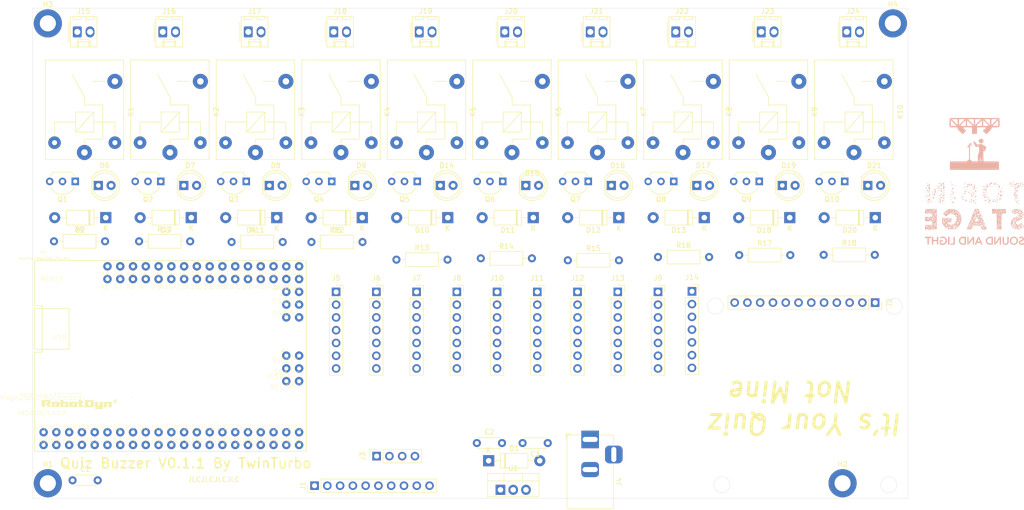
<source format=kicad_pcb>
(kicad_pcb (version 20171130) (host pcbnew "(5.1.7)-1")
  (title_block (title "Quiz Buzzer") (date 2023-02-24) (rev V0.1.0) (company "Tobin Stage") (comment 1 "By TwinTurbo"))
  (layers (0 F.Cu signal) (31 B.Cu signal) (34 B.Paste user) (35 F.Paste user) (36 B.SilkS user) (37 F.SilkS user) (38 B.Mask user) (39 F.Mask user) (44 Edge.Cuts user))
  (net 0 "")
  (net 1 GND)
  (net 2 +12V)
  (net 3 +5V)
  (net 4 "Net-(D2-Pad2)")
  (net 5 "Net-(D3-Pad2)")
  (net 6 "Net-(D4-Pad2)")
  (net 7 "Net-(D5-Pad2)")
  (net 8 "Net-(D6-Pad2)")
  (net 9 "Net-(D6-Pad1)")
  (net 10 "Net-(D7-Pad2)")
  (net 11 "Net-(D7-Pad1)")
  (net 12 "Net-(D8-Pad2)")
  (net 13 "Net-(D8-Pad1)")
  (net 14 "Net-(D9-Pad2)")
  (net 15 "Net-(D9-Pad1)")
  (net 16 "Net-(D10-Pad2)")
  (net 17 "Net-(D11-Pad2)")
  (net 18 "Net-(D12-Pad2)")
  (net 19 "Net-(D13-Pad2)")
  (net 20 "Net-(D14-Pad2)")
  (net 21 "Net-(D14-Pad1)")
  (net 22 "Net-(D15-Pad2)")
  (net 23 "Net-(D15-Pad1)")
  (net 24 "Net-(D16-Pad2)")
  (net 25 "Net-(D16-Pad1)")
  (net 26 "Net-(D17-Pad2)")
  (net 27 "Net-(D17-Pad1)")
  (net 28 "Net-(D18-Pad2)")
  (net 29 "Net-(D19-Pad2)")
  (net 30 "Net-(D19-Pad1)")
  (net 31 "Net-(D20-Pad2)")
  (net 32 "Net-(D21-Pad2)")
  (net 33 "Net-(D21-Pad1)")
  (net 34 "Net-(J1-Pad9)")
  (net 35 "Net-(J1-Pad8)")
  (net 36 "Net-(J1-Pad7)")
  (net 37 "Net-(J1-Pad6)")
  (net 38 "Net-(J1-Pad5)")
  (net 39 "Net-(J1-Pad4)")
  (net 40 "Net-(J1-Pad3)")
  (net 41 "Net-(J1-Pad2)")
  (net 42 "Net-(J2-Pad10)")
  (net 43 "Net-(J2-Pad9)")
  (net 44 "Net-(J2-Pad8)")
  (net 45 "Net-(J2-Pad7)")
  (net 46 "Net-(J2-Pad6)")
  (net 47 "Net-(J2-Pad5)")
  (net 48 "Net-(J2-Pad4)")
  (net 49 "Net-(J2-Pad3)")
  (net 50 SDA)
  (net 51 SCL)
  (net 52 "Net-(J5-Pad7)")
  (net 53 Rec1)
  (net 54 "Net-(J5-Pad5)")
  (net 55 "Net-(J5-Pad4)")
  (net 56 "Net-(J5-Pad3)")
  (net 57 "Net-(J6-Pad7)")
  (net 58 Rec2)
  (net 59 "Net-(J6-Pad5)")
  (net 60 "Net-(J6-Pad4)")
  (net 61 "Net-(J6-Pad3)")
  (net 62 "Net-(J7-Pad7)")
  (net 63 Rec3)
  (net 64 "Net-(J7-Pad5)")
  (net 65 "Net-(J7-Pad4)")
  (net 66 "Net-(J7-Pad3)")
  (net 67 "Net-(J8-Pad7)")
  (net 68 Rec4)
  (net 69 "Net-(J8-Pad5)")
  (net 70 "Net-(J8-Pad4)")
  (net 71 "Net-(J8-Pad3)")
  (net 72 "Net-(J9-Pad7)")
  (net 73 Rec9)
  (net 74 "Net-(J9-Pad5)")
  (net 75 "Net-(J9-Pad4)")
  (net 76 "Net-(J9-Pad3)")
  (net 77 "Net-(J10-Pad7)")
  (net 78 Rec5)
  (net 79 "Net-(J10-Pad5)")
  (net 80 "Net-(J10-Pad4)")
  (net 81 "Net-(J10-Pad3)")
  (net 82 "Net-(J11-Pad7)")
  (net 83 Rec6)
  (net 84 "Net-(J11-Pad5)")
  (net 85 "Net-(J11-Pad4)")
  (net 86 "Net-(J11-Pad3)")
  (net 87 "Net-(J12-Pad7)")
  (net 88 Rec7)
  (net 89 "Net-(J12-Pad5)")
  (net 90 "Net-(J12-Pad4)")
  (net 91 "Net-(J12-Pad3)")
  (net 92 "Net-(J13-Pad7)")
  (net 93 Rec8)
  (net 94 "Net-(J13-Pad5)")
  (net 95 "Net-(J13-Pad4)")
  (net 96 "Net-(J13-Pad3)")
  (net 97 "Net-(J14-Pad7)")
  (net 98 Rec10)
  (net 99 "Net-(J14-Pad5)")
  (net 100 "Net-(J14-Pad4)")
  (net 101 "Net-(J14-Pad3)")
  (net 102 "Net-(J15-Pad1)")
  (net 103 "Net-(J16-Pad1)")
  (net 104 "Net-(J17-Pad1)")
  (net 105 "Net-(J18-Pad1)")
  (net 106 "Net-(J19-Pad1)")
  (net 107 "Net-(J20-Pad1)")
  (net 108 "Net-(J21-Pad1)")
  (net 109 "Net-(J22-Pad1)")
  (net 110 "Net-(J23-Pad1)")
  (net 111 "Net-(J24-Pad1)")
  (net 112 Lamp1)
  (net 113 Lamp3)
  (net 114 Lamp5)
  (net 115 Lamp7)
  (net 116 Lamp2)
  (net 117 Lamp4)
  (net 118 Lamp6)
  (net 119 Lamp8)
  (net 120 Lamp9)
  (net 121 Lamp10)
  (net 122 "Net-(XA1-PadVIN)")
  (net 123 "Net-(XA1-Pad3V3)")
  (net 124 "Net-(XA1-PadAREF)")
  (net 125 "Net-(XA1-PadD0)")
  (net 126 "Net-(XA1-PadD1)")
  (net 127 "Net-(XA1-PadD3)")
  (net 128 "Net-(XA1-PadD15)")
  (net 129 "Net-(XA1-PadD17)")
  (net 130 "Net-(XA1-PadD19)")
  (net 131 "Net-(XA1-PadD2)")
  (net 132 "Net-(XA1-PadD14)")
  (net 133 "Net-(XA1-PadD16)")
  (net 134 "Net-(XA1-PadD18)")
  (net 135 "Net-(XA1-PadA1)")
  (net 136 "Net-(XA1-PadA0)")
  (net 137 "Net-(XA1-PadA2)")
  (net 138 "Net-(XA1-PadA3)")
  (net 139 "Net-(XA1-PadA5)")
  (net 140 "Net-(XA1-PadA4)")
  (net 141 "Net-(XA1-PadA6)")
  (net 142 "Net-(XA1-PadA7)")
  (net 143 "Net-(XA1-PadA8)")
  (net 144 "Net-(XA1-PadA9)")
  (net 145 "Net-(XA1-PadA10)")
  (net 146 "Net-(XA1-PadA11)")
  (net 147 "Net-(XA1-PadA12)")
  (net 148 "Net-(XA1-PadA13)")
  (net 149 "Net-(XA1-PadA14)")
  (net 150 "Net-(XA1-PadA15)")
  (net 151 "Net-(XA1-PadD39)")
  (net 152 "Net-(XA1-PadD40)")
  (net 153 "Net-(XA1-PadD41)")
  (net 154 "Net-(XA1-PadD42)")
  (net 155 "Net-(XA1-PadD43)")
  (net 156 "Net-(XA1-PadRST1)")
  (net 157 "Net-(XA1-PadSCK)")
  (net 158 "Net-(XA1-PadMISO)")
  (net 159 "Net-(XA1-PadMOSI)")
  (net 160 "Net-(J2-Pad11)")
  (module Connector_PinSocket_2.54mm:PinSocket_1x04_P2.54mm_Vertical (layer F.Cu) (at 101.321 102.549 90)
    (fp_text reference J3 (at 0 -2.77 90) (layer F.SilkS))
    (fp_text value I2C)
    (pad 4 thru_hole oval (at 0 7.62 90) (size 1.7 1.7) (drill 1) (layers *.Cu *.Mask) (net 3 +5V))
    (pad 3 thru_hole oval (at 0 5.08 90) (size 1.7 1.7) (drill 1) (layers *.Cu *.Mask) (net 1 GND))
    (pad 2 thru_hole oval (at 0 2.54 90) (size 1.7 1.7) (drill 1) (layers *.Cu *.Mask) (net 50 SDA))
    (pad 1 thru_hole rect (at 0 0 90) (size 1.7 1.7) (drill 1) (layers *.Cu *.Mask) (net 51 SCL))
  )
  (module AA-ROB-FULL:TOBINLOGO-BS (layer F.Cu) (at 219.836 47.982)
    (fp_text reference G*** hide)
    (fp_text value LOGO hide)
  )
  (module MountingHole:MountingHole_3.2mm_M3_DIN965_Pad (layer F.Cu) (at 203.97 16.41)
    (fp_text reference H4 (at 0 -3.8) (layer F.SilkS))
    (fp_text value MountingHole_Pad)
    (pad 1 thru_hole circle (at 0 0) (size 5.6 5.6) (drill 3.2) (layers *.Cu *.Mask) (net 1 GND))
  )
  (module MountingHole:MountingHole_3.2mm_M3_DIN965_Pad (layer F.Cu) (at 35.95 16.41)
    (fp_text reference H3 (at 0 -3.8) (layer F.SilkS))
    (fp_text value MountingHole_Pad)
    (pad 1 thru_hole circle (at 0 0) (size 5.6 5.6) (drill 3.2) (layers *.Cu *.Mask) (net 1 GND))
  )
  (module MountingHole:MountingHole_3.2mm_M3_DIN965_Pad (layer F.Cu) (at 193.97 107.94)
    (fp_text reference H2 (at 0 -3.8) (layer F.SilkS))
    (fp_text value MountingHole_Pad)
    (pad 1 thru_hole circle (at 0 0) (size 5.6 5.6) (drill 3.2) (layers *.Cu *.Mask) (net 1 GND))
  )
  (module MountingHole:MountingHole_3.2mm_M3_DIN965_Pad (layer F.Cu) (at 35.95 107.94)
    (fp_text reference H1 (at 0 -3.8) (layer F.SilkS))
    (fp_text value MountingHole_Pad)
    (pad 1 thru_hole circle (at 0 0) (size 5.6 5.6) (drill 3.2) (layers *.Cu *.Mask) (net 1 GND))
  )
  (module Connector_PinSocket_2.54mm:PinSocket_1x12_P2.54mm_Vertical (layer F.Cu) (at 200.449 71.991 270)
    (fp_text reference J2 (at 0 -2.77 90) (layer F.SilkS))
    (fp_text value MP3out)
    (pad 12 thru_hole oval (at 0 27.94 270) (size 1.7 1.7) (drill 1) (layers *.Cu *.Mask) (net 1 GND))
    (pad 11 thru_hole oval (at 0 25.4 270) (size 1.7 1.7) (drill 1) (layers *.Cu *.Mask) (net 160 "Net-(J2-Pad11)"))
    (pad 10 thru_hole oval (at 0 22.86 270) (size 1.7 1.7) (drill 1) (layers *.Cu *.Mask) (net 42 "Net-(J2-Pad10)"))
    (pad 9 thru_hole oval (at 0 20.32 270) (size 1.7 1.7) (drill 1) (layers *.Cu *.Mask) (net 43 "Net-(J2-Pad9)"))
    (pad 8 thru_hole oval (at 0 17.78 270) (size 1.7 1.7) (drill 1) (layers *.Cu *.Mask) (net 44 "Net-(J2-Pad8)"))
    (pad 7 thru_hole oval (at 0 15.24 270) (size 1.7 1.7) (drill 1) (layers *.Cu *.Mask) (net 45 "Net-(J2-Pad7)"))
    (pad 6 thru_hole oval (at 0 12.7 270) (size 1.7 1.7) (drill 1) (layers *.Cu *.Mask) (net 46 "Net-(J2-Pad6)"))
    (pad 5 thru_hole oval (at 0 10.16 270) (size 1.7 1.7) (drill 1) (layers *.Cu *.Mask) (net 47 "Net-(J2-Pad5)"))
    (pad 4 thru_hole oval (at 0 7.62 270) (size 1.7 1.7) (drill 1) (layers *.Cu *.Mask) (net 48 "Net-(J2-Pad4)"))
    (pad 3 thru_hole oval (at 0 5.08 270) (size 1.7 1.7) (drill 1) (layers *.Cu *.Mask) (net 49 "Net-(J2-Pad3)"))
    (pad 2 thru_hole oval (at 0 2.54 270) (size 1.7 1.7) (drill 1) (layers *.Cu *.Mask) (net 3 +5V))
    (pad 1 thru_hole rect (at 0 0 270) (size 1.7 1.7) (drill 1) (layers *.Cu *.Mask) (net 1 GND))
  )
  (module Package_TO_SOT_THT:TO-92_Inline_Wide (layer F.Cu) (at 194.4 47.87 180)
    (fp_text reference Q10 (at 2.54 -3.56) (layer F.SilkS))
    (fp_text value 2N3904)
    (pad 1 thru_hole rect (at 0 0 180) (size 1.5 1.5) (drill 0.8) (layers *.Cu *.Mask) (net 1 GND))
    (pad 3 thru_hole circle (at 5.08 0 180) (size 1.5 1.5) (drill 0.8) (layers *.Cu *.Mask) (net 31 "Net-(D20-Pad2)"))
    (pad 2 thru_hole circle (at 2.54 0 180) (size 1.5 1.5) (drill 0.8) (layers *.Cu *.Mask) (net 33 "Net-(D21-Pad1)"))
  )
  (module Package_TO_SOT_THT:TO-92_Inline_Wide (layer F.Cu) (at 177.4 47.87 180)
    (fp_text reference Q9 (at 2.54 -3.56) (layer F.SilkS))
    (fp_text value 2N3904)
    (pad 1 thru_hole rect (at 0 0 180) (size 1.5 1.5) (drill 0.8) (layers *.Cu *.Mask) (net 1 GND))
    (pad 3 thru_hole circle (at 5.08 0 180) (size 1.5 1.5) (drill 0.8) (layers *.Cu *.Mask) (net 28 "Net-(D18-Pad2)"))
    (pad 2 thru_hole circle (at 2.54 0 180) (size 1.5 1.5) (drill 0.8) (layers *.Cu *.Mask) (net 30 "Net-(D19-Pad1)"))
  )
  (module Package_TO_SOT_THT:TO-92_Inline_Wide (layer F.Cu) (at 160.4 47.87 180)
    (fp_text reference Q8 (at 2.54 -3.56) (layer F.SilkS))
    (fp_text value 2N3904)
    (pad 1 thru_hole rect (at 0 0 180) (size 1.5 1.5) (drill 0.8) (layers *.Cu *.Mask) (net 1 GND))
    (pad 3 thru_hole circle (at 5.08 0 180) (size 1.5 1.5) (drill 0.8) (layers *.Cu *.Mask) (net 19 "Net-(D13-Pad2)"))
    (pad 2 thru_hole circle (at 2.54 0 180) (size 1.5 1.5) (drill 0.8) (layers *.Cu *.Mask) (net 27 "Net-(D17-Pad1)"))
  )
  (module Package_TO_SOT_THT:TO-92_Inline_Wide (layer F.Cu) (at 143.4 47.87 180)
    (fp_text reference Q7 (at 2.54 -3.56) (layer F.SilkS))
    (fp_text value 2N3904)
    (pad 1 thru_hole rect (at 0 0 180) (size 1.5 1.5) (drill 0.8) (layers *.Cu *.Mask) (net 1 GND))
    (pad 3 thru_hole circle (at 5.08 0 180) (size 1.5 1.5) (drill 0.8) (layers *.Cu *.Mask) (net 18 "Net-(D12-Pad2)"))
    (pad 2 thru_hole circle (at 2.54 0 180) (size 1.5 1.5) (drill 0.8) (layers *.Cu *.Mask) (net 25 "Net-(D16-Pad1)"))
  )
  (module Package_TO_SOT_THT:TO-92_Inline_Wide (layer F.Cu) (at 126.4 47.87 180)
    (fp_text reference Q6 (at 2.54 -3.56) (layer F.SilkS))
    (fp_text value 2N3904)
    (pad 1 thru_hole rect (at 0 0 180) (size 1.5 1.5) (drill 0.8) (layers *.Cu *.Mask) (net 1 GND))
    (pad 3 thru_hole circle (at 5.08 0 180) (size 1.5 1.5) (drill 0.8) (layers *.Cu *.Mask) (net 17 "Net-(D11-Pad2)"))
    (pad 2 thru_hole circle (at 2.54 0 180) (size 1.5 1.5) (drill 0.8) (layers *.Cu *.Mask) (net 23 "Net-(D15-Pad1)"))
  )
  (module Package_TO_SOT_THT:TO-92_Inline_Wide (layer F.Cu) (at 109.4 47.87 180)
    (fp_text reference Q5 (at 2.54 -3.56) (layer F.SilkS))
    (fp_text value 2N3904)
    (pad 1 thru_hole rect (at 0 0 180) (size 1.5 1.5) (drill 0.8) (layers *.Cu *.Mask) (net 1 GND))
    (pad 3 thru_hole circle (at 5.08 0 180) (size 1.5 1.5) (drill 0.8) (layers *.Cu *.Mask) (net 16 "Net-(D10-Pad2)"))
    (pad 2 thru_hole circle (at 2.54 0 180) (size 1.5 1.5) (drill 0.8) (layers *.Cu *.Mask) (net 21 "Net-(D14-Pad1)"))
  )
  (module Package_TO_SOT_THT:TO-92_Inline_Wide (layer F.Cu) (at 92.4 47.87 180)
    (fp_text reference Q4 (at 2.54 -3.56) (layer F.SilkS))
    (fp_text value 2N3904)
    (pad 1 thru_hole rect (at 0 0 180) (size 1.5 1.5) (drill 0.8) (layers *.Cu *.Mask) (net 1 GND))
    (pad 3 thru_hole circle (at 5.08 0 180) (size 1.5 1.5) (drill 0.8) (layers *.Cu *.Mask) (net 7 "Net-(D5-Pad2)"))
    (pad 2 thru_hole circle (at 2.54 0 180) (size 1.5 1.5) (drill 0.8) (layers *.Cu *.Mask) (net 15 "Net-(D9-Pad1)"))
  )
  (module Package_TO_SOT_THT:TO-92_Inline_Wide (layer F.Cu) (at 75.4 47.87 180)
    (fp_text reference Q3 (at 2.54 -3.56) (layer F.SilkS))
    (fp_text value 2N3904)
    (pad 1 thru_hole rect (at 0 0 180) (size 1.5 1.5) (drill 0.8) (layers *.Cu *.Mask) (net 1 GND))
    (pad 3 thru_hole circle (at 5.08 0 180) (size 1.5 1.5) (drill 0.8) (layers *.Cu *.Mask) (net 6 "Net-(D4-Pad2)"))
    (pad 2 thru_hole circle (at 2.54 0 180) (size 1.5 1.5) (drill 0.8) (layers *.Cu *.Mask) (net 13 "Net-(D8-Pad1)"))
  )
  (module Package_TO_SOT_THT:TO-92_Inline_Wide (layer F.Cu) (at 58.4 47.87 180)
    (fp_text reference Q2 (at 2.54 -3.56) (layer F.SilkS))
    (fp_text value 2N3904)
    (pad 1 thru_hole rect (at 0 0 180) (size 1.5 1.5) (drill 0.8) (layers *.Cu *.Mask) (net 1 GND))
    (pad 3 thru_hole circle (at 5.08 0 180) (size 1.5 1.5) (drill 0.8) (layers *.Cu *.Mask) (net 5 "Net-(D3-Pad2)"))
    (pad 2 thru_hole circle (at 2.54 0 180) (size 1.5 1.5) (drill 0.8) (layers *.Cu *.Mask) (net 11 "Net-(D7-Pad1)"))
  )
  (module Package_TO_SOT_THT:TO-92_Inline_Wide (layer F.Cu) (at 41.4 47.87 180)
    (fp_text reference Q1 (at 2.54 -3.56) (layer F.SilkS))
    (fp_text value 2N3904)
    (pad 1 thru_hole rect (at 0 0 180) (size 1.5 1.5) (drill 0.8) (layers *.Cu *.Mask) (net 1 GND))
    (pad 3 thru_hole circle (at 5.08 0 180) (size 1.5 1.5) (drill 0.8) (layers *.Cu *.Mask) (net 4 "Net-(D2-Pad2)"))
    (pad 2 thru_hole circle (at 2.54 0 180) (size 1.5 1.5) (drill 0.8) (layers *.Cu *.Mask) (net 9 "Net-(D6-Pad1)"))
  )
  (module AA-ROB-FULL:MEGA2560PRO-EMBED (layer F.Cu) (at 68.124 81.275)
    (fp_text reference XA1 (at -33.0708 -19.3548) (layer F.SilkS) (effects (font (size 0.48 0.48) (thickness 0.05))))
    (fp_text value Arduino_Mega2560_Pro_Mini (at -32.766 -18.0848) (layer F.SilkS) (effects (font (size 0.48 0.48) (thickness 0.05))))
    (fp_text user D29 (at 14.4255 18.2184) (layer F.SilkS) (effects (font (thickness 0.05))))
    (fp_text user D17 (at -0.848131 18.2184) (layer F.SilkS) (effects (font (thickness 0.05))))
    (fp_text user 3V3 (at -26.1557 18.2184) (layer F.SilkS) (effects (font (thickness 0.05))))
    (fp_text user D27 (at 11.9013 18.2184) (layer F.SilkS) (effects (font (thickness 0.05))))
    (fp_text user D25 (at 9.36287 18.2184) (layer F.SilkS) (effects (font (thickness 0.05))))
    (fp_text user D21 (at 4.2481 18.2184) (layer F.SilkS) (effects (font (thickness 0.05))))
    (fp_text user D19 (at 1.78404 18.2184) (layer F.SilkS) (effects (font (thickness 0.05))))
    (fp_text user D13 (at -5.93334 18.2184) (layer F.SilkS) (effects (font (thickness 0.05))))
    (fp_text user D11 (at -8.44883 18.2184) (layer F.SilkS) (effects (font (thickness 0.05))))
    (fp_text user D9 (at -10.6967 18.2184) (layer F.SilkS) (effects (font (thickness 0.05))))
    (fp_text user D5 (at -15.7541 18.215) (layer F.SilkS) (effects (font (thickness 0.05))))
    (fp_text user RST (at -23.5621 18.2283) (layer F.SilkS) (effects (font (thickness 0.05))))
    (fp_text user D3 (at -18.2663 18.2184) (layer F.SilkS) (effects (font (thickness 0.05))))
    (fp_text user TX (at -20.743 18.215) (layer F.SilkS) (effects (font (thickness 0.05))))
    (fp_text user 5V (at -28.4067 18.215) (layer F.SilkS) (effects (font (thickness 0.05))))
    (fp_text user GND (at -31.2588 18.2283) (layer F.SilkS) (effects (font (thickness 0.05))))
    (fp_text user D31 (at 17.0064 18.2184) (layer F.SilkS) (effects (font (thickness 0.05))))
    (fp_text user D23 (at 6.82193 18.2184) (layer F.SilkS) (effects (font (thickness 0.05))))
    (fp_text user D15 (at -3.41094 18.2184) (layer F.SilkS) (effects (font (thickness 0.05))))
    (fp_text user D7 (at -13.2191 18.215) (layer F.SilkS) (effects (font (thickness 0.05))))
    (fp_text user VIN (at -33.7838 18.215) (layer F.SilkS) (effects (font (thickness 0.05))))
    (fp_text user D14 (at -3.32605 15.5882) (layer F.SilkS) (effects (font (thickness 0.05))))
    (fp_text user D30 (at 17.0587 15.5882) (layer F.SilkS) (effects (font (thickness 0.05))))
    (fp_text user D24 (at 9.41034 15.5882) (layer F.SilkS) (effects (font (thickness 0.05))))
    (fp_text user D18 (at 1.67739 15.5882) (layer F.SilkS) (effects (font (thickness 0.05))))
    (fp_text user D28 (at 14.4322 15.5882) (layer F.SilkS) (effects (font (thickness 0.05))))
    (fp_text user D26 (at 11.9199 15.5882) (layer F.SilkS) (effects (font (thickness 0.05))))
    (fp_text user D22 (at 6.80006 15.5882) (layer F.SilkS) (effects (font (thickness 0.05))))
    (fp_text user D20 (at 4.26502 15.5882) (layer F.SilkS) (effects (font (thickness 0.05))))
    (fp_text user D16 (at -0.758088 15.5882) (layer F.SilkS) (effects (font (thickness 0.05))))
    (fp_text user D12 (at -5.85152 15.5882) (layer F.SilkS) (effects (font (thickness 0.05))))
    (fp_text user D10 (at -8.43539 15.5882) (layer F.SilkS) (effects (font (thickness 0.05))))
    (fp_text user D8 (at -10.7153 15.7152) (layer F.SilkS) (effects (font (thickness 0.05))))
    (fp_text user D2 (at -18.314 15.5882) (layer F.SilkS) (effects (font (thickness 0.05))))
    (fp_text user RX (at -20.7797 15.5848) (layer F.SilkS) (effects (font (thickness 0.05))))
    (fp_text user AREF (at -23.8628 15.5848) (layer F.SilkS) (effects (font (thickness 0.05))))
    (fp_text user D6 (at -13.148 15.7152) (layer F.SilkS) (effects (font (thickness 0.05))))
    (fp_text user D4 (at -15.8268 15.7118) (layer F.SilkS) (effects (font (thickness 0.05))))
    (fp_text user D52 (at 16.366 -7.21172) (layer F.SilkS) (effects (font (thickness 0.05))))
    (fp_text user D53 (at 13.846 -7.21172) (layer F.SilkS) (effects (font (thickness 0.05))))
    (fp_text user D50 (at 16.366 -9.56247) (layer F.SilkS) (effects (font (thickness 0.05))))
    (fp_text user D48 (at 16.366 -12.1344) (layer F.SilkS) (effects (font (thickness 0.05))))
    (fp_text user D51 (at 13.846 -9.55695) (layer F.SilkS) (effects (font (thickness 0.05))))
    (fp_text user D49 (at 13.846 -12.1344) (layer F.SilkS) (effects (font (thickness 0.05))))
    (fp_text user D46 (at 16.9247 -15.0387) (layer F.SilkS) (effects (font (thickness 0.05))))
    (fp_text user D32 (at -0.910972 -15.0387) (layer F.SilkS) (effects (font (thickness 0.05))))
    (fp_text user A10 (at -8.48871 -15.0387) (layer F.SilkS) (effects (font (thickness 0.05))))
    (fp_text user D47 (at 16.9624 -12.4406) (layer F.SilkS) (effects (font (thickness 0.05))))
    (fp_text user D33 (at -0.950519 -12.4373) (layer F.SilkS) (effects (font (thickness 0.05))))
    (fp_text user A11 (at -8.56099 -12.4373) (layer F.SilkS) (effects (font (thickness 0.05))))
    (fp_text user D42 (at 11.8896 -15.0387) (layer F.SilkS) (effects (font (thickness 0.05))))
    (fp_text user D40 (at 9.16904 -15.0387) (layer F.SilkS) (effects (font (thickness 0.05))))
    (fp_text user D38 (at 6.76755 -15.0387) (layer F.SilkS) (effects (font (thickness 0.05))))
    (fp_text user D36 (at 4.26481 -15.0387) (layer F.SilkS) (effects (font (thickness 0.05))))
    (fp_text user D34 (at 1.62357 -15.0387) (layer F.SilkS) (effects (font (thickness 0.05))))
    (fp_text user A14 (at -3.29639 -15.0387) (layer F.SilkS) (effects (font (thickness 0.05))))
    (fp_text user A12 (at -5.81045 -15.0387) (layer F.SilkS) (effects (font (thickness 0.05))))
    (fp_text user D43 (at 11.8683 -12.4373) (layer F.SilkS) (effects (font (thickness 0.05))))
    (fp_text user D41 (at 9.27631 -12.4373) (layer F.SilkS) (effects (font (thickness 0.05))))
    (fp_text user D39 (at 6.70263 -12.4373) (layer F.SilkS) (effects (font (thickness 0.05))))
    (fp_text user D37 (at 4.25315 -12.4373) (layer F.SilkS) (effects (font (thickness 0.05))))
    (fp_text user D35 (at 1.6254 -12.4373) (layer F.SilkS) (effects (font (thickness 0.05))))
    (fp_text user A15 (at -3.42219 -12.4373) (layer F.SilkS) (effects (font (thickness 0.05))))
    (fp_text user A13 (at -6.05821 -12.4373) (layer F.SilkS) (effects (font (thickness 0.05))))
    (fp_text user D44 (at 14.4242 -15.0421) (layer F.SilkS) (effects (font (thickness 0.05))))
    (fp_text user D45 (at 14.4274 -12.4406) (layer F.SilkS) (effects (font (thickness 0.05))))
    (fp_text user A9 (at -10.587 -12.4373) (layer F.SilkS) (effects (font (thickness 0.05))))
    (fp_text user A8 (at -10.5898 -15.0387) (layer F.SilkS) (effects (font (thickness 0.05))))
    (fp_text user A6 (at -13.183 -15.0387) (layer F.SilkS) (effects (font (thickness 0.05))))
    (fp_text user A7 (at -13.1104 -12.4406) (layer F.SilkS) (effects (font (thickness 0.05))))
    (fp_text user A5 (at -15.7058 -12.4406) (layer F.SilkS) (effects (font (thickness 0.05))))
    (fp_text user A4 (at -15.7028 -15.0421) (layer F.SilkS) (effects (font (thickness 0.05))))
    (fp_text user A3 (at -18.2393 -12.4373) (layer F.SilkS) (effects (font (thickness 0.05))))
    (fp_text user A2 (at -18.222 -15.0387) (layer F.SilkS) (effects (font (thickness 0.05))))
    (fp_text user A1 (at -20.8329 -12.4373) (layer F.SilkS) (effects (font (thickness 0.05))))
    (fp_text user A0 (at -20.7658 -14.9117) (layer F.SilkS) (effects (font (thickness 0.05))))
    (fp_text user robotdyn.com (at -33.2579 12.5363) (layer F.SilkS) (effects (font (thickness 0.05))))
    (fp_text user ICSP (at 13.0575 5.42448) (layer F.SilkS) (effects (font (thickness 0.05))))
    (fp_text user RESET (at -31.4028 -13.9752) (layer F.SilkS) (effects (font (thickness 0.05))))
    (fp_text user VIN (at -33.7831 15.5848) (layer F.SilkS) (effects (font (thickness 0.05))))
    (fp_text user 5V (at -28.3568 15.5848) (layer F.SilkS) (effects (font (thickness 0.05))))
    (fp_text user GND (at -31.2391 15.5982) (layer F.SilkS) (effects (font (thickness 0.05))))
    (fp_text user 3V3 (at -26.1831 15.5882) (layer F.SilkS) (effects (font (thickness 0.05))))
    (fp_text user "Mega~2560~PRO~(Embed)" (at -33.2604 9.5934) (layer F.SilkS) (effects (font (thickness 0.05))))
    (fp_text user MISO (at 14.221 2.25872) (layer F.SilkS) (effects (font (thickness 0.05))))
    (fp_text user SCK (at 14.221 4.54472) (layer F.SilkS) (effects (font (thickness 0.05))))
    (fp_text user RESET (at 14.221 7.59272) (layer F.SilkS) (effects (font (thickness 0.05))))
    (fp_text user GND (at 16.761 7.21172) (layer F.SilkS) (effects (font (thickness 0.05))))
    (fp_text user MOSI (at 16.761 4.92572) (layer F.SilkS) (effects (font (thickness 0.05))))
    (fp_text user 5V (at 16.761 1.75072) (layer F.SilkS) (effects (font (thickness 0.05))))
    (fp_text user USB (at -29.845 -2.413) (layer F.SilkS) (effects (font (thickness 0.05))))
    (pad VIN thru_hole circle (at -33.02 16.51) (size 1.6764 1.6764) (drill 0.8) (layers *.Cu *.Mask) (net 122 "Net-(XA1-PadVIN)"))
    (pad VIN thru_hole circle (at -33.02 19.05) (size 1.6764 1.6764) (drill 0.8) (layers *.Cu *.Mask) (net 122 "Net-(XA1-PadVIN)"))
    (pad GND1 thru_hole circle (at -30.48 16.51) (size 1.6764 1.6764) (drill 0.8) (layers *.Cu *.Mask) (net 1 GND))
    (pad GND2 thru_hole circle (at -30.48 19.05) (size 1.6764 1.6764) (drill 0.8) (layers *.Cu *.Mask) (net 1 GND))
    (pad 5V2 thru_hole circle (at -27.94 19.05) (size 1.6764 1.6764) (drill 0.8) (layers *.Cu *.Mask) (net 3 +5V))
    (pad 5V1 thru_hole circle (at -27.94 16.51) (size 1.6764 1.6764) (drill 0.8) (layers *.Cu *.Mask) (net 3 +5V))
    (pad 3V3 thru_hole circle (at -25.4 16.51) (size 1.6764 1.6764) (drill 0.8) (layers *.Cu *.Mask) (net 123 "Net-(XA1-Pad3V3)"))
    (pad 3V3 thru_hole circle (at -25.4 19.05) (size 1.6764 1.6764) (drill 0.8) (layers *.Cu *.Mask) (net 123 "Net-(XA1-Pad3V3)"))
    (pad RST thru_hole circle (at -22.86 19.05) (size 1.6764 1.6764) (drill 0.8) (layers *.Cu *.Mask))
    (pad AREF thru_hole circle (at -22.86 16.51) (size 1.6764 1.6764) (drill 0.8) (layers *.Cu *.Mask) (net 124 "Net-(XA1-PadAREF)"))
    (pad D0 thru_hole circle (at -20.32 16.51) (size 1.6764 1.6764) (drill 0.8) (layers *.Cu *.Mask) (net 125 "Net-(XA1-PadD0)"))
    (pad D1 thru_hole circle (at -20.32 19.05) (size 1.6764 1.6764) (drill 0.8) (layers *.Cu *.Mask) (net 126 "Net-(XA1-PadD1)"))
    (pad D3 thru_hole circle (at -17.78 19.05) (size 1.6764 1.6764) (drill 0.8) (layers *.Cu *.Mask) (net 127 "Net-(XA1-PadD3)"))
    (pad D5 thru_hole circle (at -15.24 19.05) (size 1.6764 1.6764) (drill 0.8) (layers *.Cu *.Mask) (net 48 "Net-(J2-Pad4)"))
    (pad D7 thru_hole circle (at -12.7 19.05) (size 1.6764 1.6764) (drill 0.8) (layers *.Cu *.Mask) (net 46 "Net-(J2-Pad6)"))
    (pad D9 thru_hole circle (at -10.16 19.05) (size 1.6764 1.6764) (drill 0.8) (layers *.Cu *.Mask) (net 44 "Net-(J2-Pad8)"))
    (pad D11 thru_hole circle (at -7.62 19.05) (size 1.6764 1.6764) (drill 0.8) (layers *.Cu *.Mask) (net 42 "Net-(J2-Pad10)"))
    (pad D13 thru_hole circle (at -5.08 19.05) (size 1.6764 1.6764) (drill 0.8) (layers *.Cu *.Mask) (net 112 Lamp1))
    (pad D15 thru_hole circle (at -2.54 19.05) (size 1.6764 1.6764) (drill 0.8) (layers *.Cu *.Mask) (net 128 "Net-(XA1-PadD15)"))
    (pad D17 thru_hole circle (at 0 19.05) (size 1.6764 1.6764) (drill 0.8) (layers *.Cu *.Mask) (net 129 "Net-(XA1-PadD17)"))
    (pad D19 thru_hole circle (at 2.54 19.05) (size 1.6764 1.6764) (drill 0.8) (layers *.Cu *.Mask) (net 130 "Net-(XA1-PadD19)"))
    (pad D21 thru_hole circle (at 5.08 19.05) (size 1.6764 1.6764) (drill 0.8) (layers *.Cu *.Mask) (net 51 SCL))
    (pad D2 thru_hole circle (at -17.78 16.51) (size 1.6764 1.6764) (drill 0.8) (layers *.Cu *.Mask) (net 131 "Net-(XA1-PadD2)"))
    (pad D4 thru_hole circle (at -15.24 16.51) (size 1.6764 1.6764) (drill 0.8) (layers *.Cu *.Mask) (net 49 "Net-(J2-Pad3)"))
    (pad D6 thru_hole circle (at -12.7 16.51) (size 1.6764 1.6764) (drill 0.8) (layers *.Cu *.Mask) (net 47 "Net-(J2-Pad5)"))
    (pad D8 thru_hole circle (at -10.16 16.51) (size 1.6764 1.6764) (drill 0.8) (layers *.Cu *.Mask) (net 45 "Net-(J2-Pad7)"))
    (pad D10 thru_hole circle (at -7.62 16.51) (size 1.6764 1.6764) (drill 0.8) (layers *.Cu *.Mask) (net 43 "Net-(J2-Pad9)"))
    (pad D12 thru_hole circle (at -5.08 16.51) (size 1.6764 1.6764) (drill 0.8) (layers *.Cu *.Mask) (net 160 "Net-(J2-Pad11)"))
    (pad D14 thru_hole circle (at -2.54 16.51) (size 1.6764 1.6764) (drill 0.8) (layers *.Cu *.Mask) (net 132 "Net-(XA1-PadD14)"))
    (pad D16 thru_hole circle (at 0 16.51) (size 1.6764 1.6764) (drill 0.8) (layers *.Cu *.Mask) (net 133 "Net-(XA1-PadD16)"))
    (pad D18 thru_hole circle (at 2.54 16.51) (size 1.6764 1.6764) (drill 0.8) (layers *.Cu *.Mask) (net 134 "Net-(XA1-PadD18)"))
    (pad D20 thru_hole circle (at 5.08 16.51) (size 1.6764 1.6764) (drill 0.8) (layers *.Cu *.Mask) (net 50 SDA))
    (pad D23 thru_hole circle (at 7.62 19.05) (size 1.6764 1.6764) (drill 0.8) (layers *.Cu *.Mask) (net 113 Lamp3))
    (pad D25 thru_hole circle (at 10.16 19.05) (size 1.6764 1.6764) (drill 0.8) (layers *.Cu *.Mask) (net 114 Lamp5))
    (pad D27 thru_hole circle (at 12.7 19.05) (size 1.6764 1.6764) (drill 0.8) (layers *.Cu *.Mask) (net 115 Lamp7))
    (pad D29 thru_hole circle (at 15.24 19.05) (size 1.6764 1.6764) (drill 0.8) (layers *.Cu *.Mask) (net 120 Lamp9))
    (pad D31 thru_hole circle (at 17.78 19.05) (size 1.6764 1.6764) (drill 0.8) (layers *.Cu *.Mask) (net 41 "Net-(J1-Pad2)"))
    (pad D30 thru_hole circle (at 17.78 16.51) (size 1.6764 1.6764) (drill 0.8) (layers *.Cu *.Mask) (net 121 Lamp10))
    (pad D28 thru_hole circle (at 15.24 16.51) (size 1.6764 1.6764) (drill 0.8) (layers *.Cu *.Mask) (net 119 Lamp8))
    (pad D26 thru_hole circle (at 12.7 16.51) (size 1.6764 1.6764) (drill 0.8) (layers *.Cu *.Mask) (net 118 Lamp6))
    (pad D24 thru_hole circle (at 10.16 16.51) (size 1.6764 1.6764) (drill 0.8) (layers *.Cu *.Mask) (net 117 Lamp4))
    (pad D22 thru_hole circle (at 7.62 16.51) (size 1.6764 1.6764) (drill 0.8) (layers *.Cu *.Mask) (net 116 Lamp2))
    (pad A1 thru_hole circle (at -20.32 -13.97) (size 1.6764 1.6764) (drill 0.8) (layers *.Cu *.Mask) (net 135 "Net-(XA1-PadA1)"))
    (pad A0 thru_hole circle (at -20.32 -16.51) (size 1.6764 1.6764) (drill 0.8) (layers *.Cu *.Mask) (net 136 "Net-(XA1-PadA0)"))
    (pad A2 thru_hole circle (at -17.78 -16.51) (size 1.6764 1.6764) (drill 0.8) (layers *.Cu *.Mask) (net 137 "Net-(XA1-PadA2)"))
    (pad A3 thru_hole circle (at -17.78 -13.97) (size 1.6764 1.6764) (drill 0.8) (layers *.Cu *.Mask) (net 138 "Net-(XA1-PadA3)"))
    (pad A5 thru_hole circle (at -15.24 -13.97) (size 1.6764 1.6764) (drill 0.8) (layers *.Cu *.Mask) (net 139 "Net-(XA1-PadA5)"))
    (pad A4 thru_hole circle (at -15.24 -16.51) (size 1.6764 1.6764) (drill 0.8) (layers *.Cu *.Mask) (net 140 "Net-(XA1-PadA4)"))
    (pad A6 thru_hole circle (at -12.7 -16.51) (size 1.6764 1.6764) (drill 0.8) (layers *.Cu *.Mask) (net 141 "Net-(XA1-PadA6)"))
    (pad A7 thru_hole circle (at -12.7 -13.97) (size 1.6764 1.6764) (drill 0.8) (layers *.Cu *.Mask) (net 142 "Net-(XA1-PadA7)"))
    (pad A8 thru_hole circle (at -10.16 -16.51) (size 1.6764 1.6764) (drill 0.8) (layers *.Cu *.Mask) (net 143 "Net-(XA1-PadA8)"))
    (pad A9 thru_hole circle (at -10.16 -13.97) (size 1.6764 1.6764) (drill 0.8) (layers *.Cu *.Mask) (net 144 "Net-(XA1-PadA9)"))
    (pad A10 thru_hole circle (at -7.62 -16.51) (size 1.6764 1.6764) (drill 0.8) (layers *.Cu *.Mask) (net 145 "Net-(XA1-PadA10)"))
    (pad A11 thru_hole circle (at -7.62 -13.97) (size 1.6764 1.6764) (drill 0.8) (layers *.Cu *.Mask) (net 146 "Net-(XA1-PadA11)"))
    (pad A12 thru_hole circle (at -5.08 -16.51) (size 1.6764 1.6764) (drill 0.8) (layers *.Cu *.Mask) (net 147 "Net-(XA1-PadA12)"))
    (pad A13 thru_hole circle (at -5.08 -13.97) (size 1.6764 1.6764) (drill 0.8) (layers *.Cu *.Mask) (net 148 "Net-(XA1-PadA13)"))
    (pad A14 thru_hole circle (at -2.54 -16.51) (size 1.6764 1.6764) (drill 0.8) (layers *.Cu *.Mask) (net 149 "Net-(XA1-PadA14)"))
    (pad A15 thru_hole circle (at -2.54 -13.97) (size 1.6764 1.6764) (drill 0.8) (layers *.Cu *.Mask) (net 150 "Net-(XA1-PadA15)"))
    (pad D32 thru_hole circle (at 0 -16.51) (size 1.6764 1.6764) (drill 0.8) (layers *.Cu *.Mask) (net 40 "Net-(J1-Pad3)"))
    (pad D33 thru_hole circle (at 0 -13.97) (size 1.6764 1.6764) (drill 0.8) (layers *.Cu *.Mask) (net 39 "Net-(J1-Pad4)"))
    (pad D34 thru_hole circle (at 2.54 -16.51) (size 1.6764 1.6764) (drill 0.8) (layers *.Cu *.Mask) (net 38 "Net-(J1-Pad5)"))
    (pad D35 thru_hole circle (at 2.54 -13.97) (size 1.6764 1.6764) (drill 0.8) (layers *.Cu *.Mask) (net 37 "Net-(J1-Pad6)"))
    (pad D36 thru_hole circle (at 5.08 -16.51) (size 1.6764 1.6764) (drill 0.8) (layers *.Cu *.Mask) (net 36 "Net-(J1-Pad7)"))
    (pad D37 thru_hole circle (at 5.08 -13.97) (size 1.6764 1.6764) (drill 0.8) (layers *.Cu *.Mask) (net 35 "Net-(J1-Pad8)"))
    (pad D38 thru_hole circle (at 7.62 -16.51) (size 1.6764 1.6764) (drill 0.8) (layers *.Cu *.Mask) (net 34 "Net-(J1-Pad9)"))
    (pad D39 thru_hole circle (at 7.62 -13.97) (size 1.6764 1.6764) (drill 0.8) (layers *.Cu *.Mask) (net 151 "Net-(XA1-PadD39)"))
    (pad D40 thru_hole circle (at 10.16 -16.51) (size 1.6764 1.6764) (drill 0.8) (layers *.Cu *.Mask) (net 152 "Net-(XA1-PadD40)"))
    (pad D41 thru_hole circle (at 10.16 -13.97) (size 1.6764 1.6764) (drill 0.8) (layers *.Cu *.Mask) (net 153 "Net-(XA1-PadD41)"))
    (pad D42 thru_hole circle (at 12.7 -16.51) (size 1.6764 1.6764) (drill 0.8) (layers *.Cu *.Mask) (net 154 "Net-(XA1-PadD42)"))
    (pad D43 thru_hole circle (at 12.7 -13.97) (size 1.6764 1.6764) (drill 0.8) (layers *.Cu *.Mask) (net 155 "Net-(XA1-PadD43)"))
    (pad D44 thru_hole circle (at 15.24 -16.51) (size 1.6764 1.6764) (drill 0.8) (layers *.Cu *.Mask) (net 53 Rec1))
    (pad D45 thru_hole circle (at 15.24 -13.97) (size 1.6764 1.6764) (drill 0.8) (layers *.Cu *.Mask) (net 58 Rec2))
    (pad D46 thru_hole circle (at 17.78 -16.51) (size 1.6764 1.6764) (drill 0.8) (layers *.Cu *.Mask) (net 63 Rec3))
    (pad D47 thru_hole circle (at 17.78 -13.97) (size 1.6764 1.6764) (drill 0.8) (layers *.Cu *.Mask) (net 68 Rec4))
    (pad D48 thru_hole circle (at 17.78 -11.43) (size 1.6764 1.6764) (drill 0.8) (layers *.Cu *.Mask) (net 78 Rec5))
    (pad D49 thru_hole circle (at 15.24 -11.43) (size 1.6764 1.6764) (drill 0.8) (layers *.Cu *.Mask) (net 83 Rec6))
    (pad D51 thru_hole circle (at 15.24 -8.89) (size 1.6764 1.6764) (drill 0.8) (layers *.Cu *.Mask) (net 93 Rec8))
    (pad D50 thru_hole circle (at 17.78 -8.89) (size 1.6764 1.6764) (drill 0.8) (layers *.Cu *.Mask) (net 88 Rec7))
    (pad D52 thru_hole circle (at 17.78 -6.35) (size 1.6764 1.6764) (drill 0.8) (layers *.Cu *.Mask) (net 73 Rec9))
    (pad D53 thru_hole circle (at 15.24 -6.35) (size 1.6764 1.6764) (drill 0.8) (layers *.Cu *.Mask) (net 98 Rec10))
    (pad RST1 thru_hole circle (at 15.24 6.35) (size 1.6764 1.6764) (drill 0.8) (layers *.Cu *.Mask) (net 156 "Net-(XA1-PadRST1)"))
    (pad GND3 thru_hole circle (at 17.78 6.35) (size 1.6764 1.6764) (drill 0.8) (layers *.Cu *.Mask))
    (pad SCK thru_hole circle (at 15.24 3.81) (size 1.6764 1.6764) (drill 0.8) (layers *.Cu *.Mask) (net 157 "Net-(XA1-PadSCK)"))
    (pad MISO thru_hole circle (at 15.24 1.27) (size 1.6764 1.6764) (drill 0.8) (layers *.Cu *.Mask) (net 158 "Net-(XA1-PadMISO)"))
    (pad 5V3 thru_hole circle (at 17.78 1.27) (size 1.6764 1.6764) (drill 0.8) (layers *.Cu *.Mask) (net 3 +5V))
    (pad MOSI thru_hole circle (at 17.78 3.81) (size 1.6764 1.6764) (drill 0.8) (layers *.Cu *.Mask) (net 159 "Net-(XA1-PadMOSI)"))
  )
  (module Package_TO_SOT_THT:TO-220-3_Vertical (layer F.Cu) (at 125.941 109.249)
    (fp_text reference U1 (at 2.54 -4.27) (layer F.SilkS))
    (fp_text value L7805)
    (pad 3 thru_hole oval (at 5.08 0) (size 1.905 2) (drill 1.1) (layers *.Cu *.Mask) (net 3 +5V))
    (pad 2 thru_hole oval (at 2.54 0) (size 1.905 2) (drill 1.1) (layers *.Cu *.Mask) (net 1 GND))
    (pad 1 thru_hole rect (at 0 0) (size 1.905 2) (drill 1.1) (layers *.Cu *.Mask) (net 2 +12V))
  )
  (module Resistor_THT:R_Axial_DIN0207_L6.3mm_D2.5mm_P10.16mm_Horizontal (layer F.Cu) (at 190.22 62.49)
    (fp_text reference R18 (at 5.08 -2.37) (layer F.SilkS))
    (fp_text value 1K)
    (pad 2 thru_hole oval (at 10.16 0) (size 1.6 1.6) (drill 0.8) (layers *.Cu *.Mask) (net 32 "Net-(D21-Pad2)"))
    (pad 1 thru_hole circle (at 0 0) (size 1.6 1.6) (drill 0.8) (layers *.Cu *.Mask) (net 121 Lamp10))
  )
  (module Resistor_THT:R_Axial_DIN0207_L6.3mm_D2.5mm_P10.16mm_Horizontal (layer F.Cu) (at 173.41 62.53)
    (fp_text reference R17 (at 5.08 -2.37) (layer F.SilkS))
    (fp_text value 1K)
    (pad 2 thru_hole oval (at 10.16 0) (size 1.6 1.6) (drill 0.8) (layers *.Cu *.Mask) (net 29 "Net-(D19-Pad2)"))
    (pad 1 thru_hole circle (at 0 0) (size 1.6 1.6) (drill 0.8) (layers *.Cu *.Mask) (net 120 Lamp9))
  )
  (module Resistor_THT:R_Axial_DIN0207_L6.3mm_D2.5mm_P10.16mm_Horizontal (layer F.Cu) (at 157.27 62.92)
    (fp_text reference R16 (at 5.08 -2.37) (layer F.SilkS))
    (fp_text value 1K)
    (pad 2 thru_hole oval (at 10.16 0) (size 1.6 1.6) (drill 0.8) (layers *.Cu *.Mask) (net 26 "Net-(D17-Pad2)"))
    (pad 1 thru_hole circle (at 0 0) (size 1.6 1.6) (drill 0.8) (layers *.Cu *.Mask) (net 119 Lamp8))
  )
  (module Resistor_THT:R_Axial_DIN0207_L6.3mm_D2.5mm_P10.16mm_Horizontal (layer F.Cu) (at 139.34 63.57)
    (fp_text reference R15 (at 5.08 -2.37) (layer F.SilkS))
    (fp_text value 1K)
    (pad 2 thru_hole oval (at 10.16 0) (size 1.6 1.6) (drill 0.8) (layers *.Cu *.Mask) (net 24 "Net-(D16-Pad2)"))
    (pad 1 thru_hole circle (at 0 0) (size 1.6 1.6) (drill 0.8) (layers *.Cu *.Mask) (net 118 Lamp6))
  )
  (module Resistor_THT:R_Axial_DIN0207_L6.3mm_D2.5mm_P10.16mm_Horizontal (layer F.Cu) (at 122.04 63.18)
    (fp_text reference R14 (at 5.08 -2.37) (layer F.SilkS))
    (fp_text value 1K)
    (pad 2 thru_hole oval (at 10.16 0) (size 1.6 1.6) (drill 0.8) (layers *.Cu *.Mask) (net 22 "Net-(D15-Pad2)"))
    (pad 1 thru_hole circle (at 0 0) (size 1.6 1.6) (drill 0.8) (layers *.Cu *.Mask) (net 117 Lamp4))
  )
  (module Resistor_THT:R_Axial_DIN0207_L6.3mm_D2.5mm_P10.16mm_Horizontal (layer F.Cu) (at 105.26 63.44)
    (fp_text reference R13 (at 5.08 -2.37) (layer F.SilkS))
    (fp_text value 1K)
    (pad 2 thru_hole oval (at 10.16 0) (size 1.6 1.6) (drill 0.8) (layers *.Cu *.Mask) (net 20 "Net-(D14-Pad2)"))
    (pad 1 thru_hole circle (at 0 0) (size 1.6 1.6) (drill 0.8) (layers *.Cu *.Mask) (net 116 Lamp2))
  )
  (module Resistor_THT:R_Axial_DIN0207_L6.3mm_D2.5mm_P10.16mm_Horizontal (layer F.Cu) (at 88.36 59.93)
    (fp_text reference R12 (at 5.08 -2.37) (layer F.SilkS))
    (fp_text value 1K)
    (pad 2 thru_hole oval (at 10.16 0) (size 1.6 1.6) (drill 0.8) (layers *.Cu *.Mask) (net 14 "Net-(D9-Pad2)"))
    (pad 1 thru_hole circle (at 0 0) (size 1.6 1.6) (drill 0.8) (layers *.Cu *.Mask) (net 115 Lamp7))
  )
  (module Resistor_THT:R_Axial_DIN0207_L6.3mm_D2.5mm_P10.16mm_Horizontal (layer F.Cu) (at 72.49 59.93)
    (fp_text reference R11 (at 5.08 -2.37) (layer F.SilkS))
    (fp_text value 1K)
    (pad 2 thru_hole oval (at 10.16 0) (size 1.6 1.6) (drill 0.8) (layers *.Cu *.Mask) (net 12 "Net-(D8-Pad2)"))
    (pad 1 thru_hole circle (at 0 0) (size 1.6 1.6) (drill 0.8) (layers *.Cu *.Mask) (net 114 Lamp5))
  )
  (module Resistor_THT:R_Axial_DIN0207_L6.3mm_D2.5mm_P10.16mm_Horizontal (layer F.Cu) (at 54.09 59.8)
    (fp_text reference R10 (at 5.08 -2.37) (layer F.SilkS))
    (fp_text value 1K)
    (pad 2 thru_hole oval (at 10.16 0) (size 1.6 1.6) (drill 0.8) (layers *.Cu *.Mask) (net 10 "Net-(D7-Pad2)"))
    (pad 1 thru_hole circle (at 0 0) (size 1.6 1.6) (drill 0.8) (layers *.Cu *.Mask) (net 113 Lamp3))
  )
  (module Resistor_THT:R_Axial_DIN0207_L6.3mm_D2.5mm_P10.16mm_Horizontal (layer F.Cu) (at 37.17 59.79)
    (fp_text reference R9 (at 5.08 -2.37) (layer F.SilkS))
    (fp_text value 1K)
    (pad 2 thru_hole oval (at 10.16 0) (size 1.6 1.6) (drill 0.8) (layers *.Cu *.Mask) (net 8 "Net-(D6-Pad2)"))
    (pad 1 thru_hole circle (at 0 0) (size 1.6 1.6) (drill 0.8) (layers *.Cu *.Mask) (net 112 Lamp1))
  )
  (module Relay_THT:Relay_SPST_SANYOU_SRD_Series_Form_A (layer F.Cu) (at 196.23 42.11 90)
    (fp_text reference K10 (at 8.1 9.2 90) (layer F.SilkS))
    (fp_text value SANYOU_SRD_Form_A)
    (pad 1 thru_hole circle (at 0 0 180) (size 3 3) (drill 1.3) (layers *.Cu *.Mask) (net 2 +12V))
    (pad 5 thru_hole circle (at 1.95 -5.95 180) (size 2.5 2.5) (drill 1) (layers *.Cu *.Mask) (net 31 "Net-(D20-Pad2)"))
    (pad 3 thru_hole circle (at 14.15 6.05 180) (size 3 3) (drill 1.3) (layers *.Cu *.Mask) (net 111 "Net-(J24-Pad1)"))
    (pad 2 thru_hole circle (at 1.95 6.05 180) (size 2.5 2.5) (drill 1) (layers *.Cu *.Mask) (net 3 +5V))
  )
  (module Relay_THT:Relay_SPST_SANYOU_SRD_Series_Form_A (layer F.Cu) (at 179.23 42.11 90)
    (fp_text reference K9 (at 8.1 9.2 90) (layer F.SilkS))
    (fp_text value SANYOU_SRD_Form_A)
    (pad 1 thru_hole circle (at 0 0 180) (size 3 3) (drill 1.3) (layers *.Cu *.Mask) (net 2 +12V))
    (pad 5 thru_hole circle (at 1.95 -5.95 180) (size 2.5 2.5) (drill 1) (layers *.Cu *.Mask) (net 28 "Net-(D18-Pad2)"))
    (pad 3 thru_hole circle (at 14.15 6.05 180) (size 3 3) (drill 1.3) (layers *.Cu *.Mask) (net 110 "Net-(J23-Pad1)"))
    (pad 2 thru_hole circle (at 1.95 6.05 180) (size 2.5 2.5) (drill 1) (layers *.Cu *.Mask) (net 3 +5V))
  )
  (module Relay_THT:Relay_SPST_SANYOU_SRD_Series_Form_A (layer F.Cu) (at 162.23 42.11 90)
    (fp_text reference K8 (at 8.1 9.2 90) (layer F.SilkS))
    (fp_text value SANYOU_SRD_Form_A)
    (pad 1 thru_hole circle (at 0 0 180) (size 3 3) (drill 1.3) (layers *.Cu *.Mask) (net 2 +12V))
    (pad 5 thru_hole circle (at 1.95 -5.95 180) (size 2.5 2.5) (drill 1) (layers *.Cu *.Mask) (net 19 "Net-(D13-Pad2)"))
    (pad 3 thru_hole circle (at 14.15 6.05 180) (size 3 3) (drill 1.3) (layers *.Cu *.Mask) (net 109 "Net-(J22-Pad1)"))
    (pad 2 thru_hole circle (at 1.95 6.05 180) (size 2.5 2.5) (drill 1) (layers *.Cu *.Mask) (net 3 +5V))
  )
  (module Relay_THT:Relay_SPST_SANYOU_SRD_Series_Form_A (layer F.Cu) (at 145.23 42.11 90)
    (fp_text reference K7 (at 8.1 9.2 90) (layer F.SilkS))
    (fp_text value SANYOU_SRD_Form_A)
    (pad 1 thru_hole circle (at 0 0 180) (size 3 3) (drill 1.3) (layers *.Cu *.Mask) (net 2 +12V))
    (pad 5 thru_hole circle (at 1.95 -5.95 180) (size 2.5 2.5) (drill 1) (layers *.Cu *.Mask) (net 18 "Net-(D12-Pad2)"))
    (pad 3 thru_hole circle (at 14.15 6.05 180) (size 3 3) (drill 1.3) (layers *.Cu *.Mask) (net 108 "Net-(J21-Pad1)"))
    (pad 2 thru_hole circle (at 1.95 6.05 180) (size 2.5 2.5) (drill 1) (layers *.Cu *.Mask) (net 3 +5V))
  )
  (module Relay_THT:Relay_SPST_SANYOU_SRD_Series_Form_A (layer F.Cu) (at 128.23 42.11 90)
    (fp_text reference K6 (at 8.1 9.2 90) (layer F.SilkS))
    (fp_text value SANYOU_SRD_Form_A)
    (pad 1 thru_hole circle (at 0 0 180) (size 3 3) (drill 1.3) (layers *.Cu *.Mask) (net 2 +12V))
    (pad 5 thru_hole circle (at 1.95 -5.95 180) (size 2.5 2.5) (drill 1) (layers *.Cu *.Mask) (net 17 "Net-(D11-Pad2)"))
    (pad 3 thru_hole circle (at 14.15 6.05 180) (size 3 3) (drill 1.3) (layers *.Cu *.Mask) (net 107 "Net-(J20-Pad1)"))
    (pad 2 thru_hole circle (at 1.95 6.05 180) (size 2.5 2.5) (drill 1) (layers *.Cu *.Mask) (net 3 +5V))
  )
  (module Relay_THT:Relay_SPST_SANYOU_SRD_Series_Form_A (layer F.Cu) (at 111.23 42.11 90)
    (fp_text reference K5 (at 8.1 9.2 90) (layer F.SilkS))
    (fp_text value SANYOU_SRD_Form_A)
    (pad 1 thru_hole circle (at 0 0 180) (size 3 3) (drill 1.3) (layers *.Cu *.Mask) (net 2 +12V))
    (pad 5 thru_hole circle (at 1.95 -5.95 180) (size 2.5 2.5) (drill 1) (layers *.Cu *.Mask) (net 16 "Net-(D10-Pad2)"))
    (pad 3 thru_hole circle (at 14.15 6.05 180) (size 3 3) (drill 1.3) (layers *.Cu *.Mask) (net 106 "Net-(J19-Pad1)"))
    (pad 2 thru_hole circle (at 1.95 6.05 180) (size 2.5 2.5) (drill 1) (layers *.Cu *.Mask) (net 3 +5V))
  )
  (module Relay_THT:Relay_SPST_SANYOU_SRD_Series_Form_A (layer F.Cu) (at 94.23 42.11 90)
    (fp_text reference K4 (at 8.1 9.2 90) (layer F.SilkS))
    (fp_text value SANYOU_SRD_Form_A)
    (pad 1 thru_hole circle (at 0 0 180) (size 3 3) (drill 1.3) (layers *.Cu *.Mask) (net 2 +12V))
    (pad 5 thru_hole circle (at 1.95 -5.95 180) (size 2.5 2.5) (drill 1) (layers *.Cu *.Mask) (net 7 "Net-(D5-Pad2)"))
    (pad 3 thru_hole circle (at 14.15 6.05 180) (size 3 3) (drill 1.3) (layers *.Cu *.Mask) (net 105 "Net-(J18-Pad1)"))
    (pad 2 thru_hole circle (at 1.95 6.05 180) (size 2.5 2.5) (drill 1) (layers *.Cu *.Mask) (net 3 +5V))
  )
  (module Relay_THT:Relay_SPST_SANYOU_SRD_Series_Form_A (layer F.Cu) (at 77.23 42.11 90)
    (fp_text reference K3 (at 8.1 9.2 90) (layer F.SilkS))
    (fp_text value SANYOU_SRD_Form_A)
    (pad 1 thru_hole circle (at 0 0 180) (size 3 3) (drill 1.3) (layers *.Cu *.Mask) (net 2 +12V))
    (pad 5 thru_hole circle (at 1.95 -5.95 180) (size 2.5 2.5) (drill 1) (layers *.Cu *.Mask) (net 6 "Net-(D4-Pad2)"))
    (pad 3 thru_hole circle (at 14.15 6.05 180) (size 3 3) (drill 1.3) (layers *.Cu *.Mask) (net 104 "Net-(J17-Pad1)"))
    (pad 2 thru_hole circle (at 1.95 6.05 180) (size 2.5 2.5) (drill 1) (layers *.Cu *.Mask) (net 3 +5V))
  )
  (module Relay_THT:Relay_SPST_SANYOU_SRD_Series_Form_A (layer F.Cu) (at 60.23 42.11 90)
    (fp_text reference K2 (at 8.1 9.2 90) (layer F.SilkS))
    (fp_text value SANYOU_SRD_Form_A)
    (pad 1 thru_hole circle (at 0 0 180) (size 3 3) (drill 1.3) (layers *.Cu *.Mask) (net 2 +12V))
    (pad 5 thru_hole circle (at 1.95 -5.95 180) (size 2.5 2.5) (drill 1) (layers *.Cu *.Mask) (net 5 "Net-(D3-Pad2)"))
    (pad 3 thru_hole circle (at 14.15 6.05 180) (size 3 3) (drill 1.3) (layers *.Cu *.Mask) (net 103 "Net-(J16-Pad1)"))
    (pad 2 thru_hole circle (at 1.95 6.05 180) (size 2.5 2.5) (drill 1) (layers *.Cu *.Mask) (net 3 +5V))
  )
  (module Relay_THT:Relay_SPST_SANYOU_SRD_Series_Form_A (layer F.Cu) (at 43.23 42.11 90)
    (fp_text reference K1 (at 8.1 9.2 90) (layer F.SilkS))
    (fp_text value SANYOU_SRD_Form_A)
    (pad 1 thru_hole circle (at 0 0 180) (size 3 3) (drill 1.3) (layers *.Cu *.Mask) (net 2 +12V))
    (pad 5 thru_hole circle (at 1.95 -5.95 180) (size 2.5 2.5) (drill 1) (layers *.Cu *.Mask) (net 4 "Net-(D2-Pad2)"))
    (pad 3 thru_hole circle (at 14.15 6.05 180) (size 3 3) (drill 1.3) (layers *.Cu *.Mask) (net 102 "Net-(J15-Pad1)"))
    (pad 2 thru_hole circle (at 1.95 6.05 180) (size 2.5 2.5) (drill 1) (layers *.Cu *.Mask) (net 3 +5V))
  )
  (module Connector_Molex:Molex_KK-254_AE-6410-02A_1x02_P2.54mm_Vertical (layer F.Cu) (at 194.8 18.11)
    (fp_text reference J24 (at 1.27 -4.12) (layer F.SilkS))
    (fp_text value Bulb10)
    (pad 2 thru_hole oval (at 2.54 0) (size 1.74 2.19) (drill 1.19) (layers *.Cu *.Mask) (net 1 GND))
    (pad 1 thru_hole roundrect (at 0 0) (size 1.74 2.19) (drill 1.19) (layers *.Cu *.Mask) (roundrect_rratio 0.1436775862068966) (net 111 "Net-(J24-Pad1)"))
  )
  (module Connector_Molex:Molex_KK-254_AE-6410-02A_1x02_P2.54mm_Vertical (layer F.Cu) (at 177.8 18.11)
    (fp_text reference J23 (at 1.27 -4.12) (layer F.SilkS))
    (fp_text value Bulb9)
    (pad 2 thru_hole oval (at 2.54 0) (size 1.74 2.19) (drill 1.19) (layers *.Cu *.Mask) (net 1 GND))
    (pad 1 thru_hole roundrect (at 0 0) (size 1.74 2.19) (drill 1.19) (layers *.Cu *.Mask) (roundrect_rratio 0.1436775862068966) (net 110 "Net-(J23-Pad1)"))
  )
  (module Connector_Molex:Molex_KK-254_AE-6410-02A_1x02_P2.54mm_Vertical (layer F.Cu) (at 160.8 18.11)
    (fp_text reference J22 (at 1.27 -4.12) (layer F.SilkS))
    (fp_text value Bulb8)
    (pad 2 thru_hole oval (at 2.54 0) (size 1.74 2.19) (drill 1.19) (layers *.Cu *.Mask) (net 1 GND))
    (pad 1 thru_hole roundrect (at 0 0) (size 1.74 2.19) (drill 1.19) (layers *.Cu *.Mask) (roundrect_rratio 0.1436775862068966) (net 109 "Net-(J22-Pad1)"))
  )
  (module Connector_Molex:Molex_KK-254_AE-6410-02A_1x02_P2.54mm_Vertical (layer F.Cu) (at 143.8 18.11)
    (fp_text reference J21 (at 1.27 -4.12) (layer F.SilkS))
    (fp_text value Bulb7)
    (pad 2 thru_hole oval (at 2.54 0) (size 1.74 2.19) (drill 1.19) (layers *.Cu *.Mask) (net 1 GND))
    (pad 1 thru_hole roundrect (at 0 0) (size 1.74 2.19) (drill 1.19) (layers *.Cu *.Mask) (roundrect_rratio 0.1436775862068966) (net 108 "Net-(J21-Pad1)"))
  )
  (module Connector_Molex:Molex_KK-254_AE-6410-02A_1x02_P2.54mm_Vertical (layer F.Cu) (at 126.8 18.11)
    (fp_text reference J20 (at 1.27 -4.12) (layer F.SilkS))
    (fp_text value Bulb6)
    (pad 2 thru_hole oval (at 2.54 0) (size 1.74 2.19) (drill 1.19) (layers *.Cu *.Mask) (net 1 GND))
    (pad 1 thru_hole roundrect (at 0 0) (size 1.74 2.19) (drill 1.19) (layers *.Cu *.Mask) (roundrect_rratio 0.1436775862068966) (net 107 "Net-(J20-Pad1)"))
  )
  (module Connector_Molex:Molex_KK-254_AE-6410-02A_1x02_P2.54mm_Vertical (layer F.Cu) (at 109.8 18.11)
    (fp_text reference J19 (at 1.27 -4.12) (layer F.SilkS))
    (fp_text value Bulb5)
    (pad 2 thru_hole oval (at 2.54 0) (size 1.74 2.19) (drill 1.19) (layers *.Cu *.Mask) (net 1 GND))
    (pad 1 thru_hole roundrect (at 0 0) (size 1.74 2.19) (drill 1.19) (layers *.Cu *.Mask) (roundrect_rratio 0.1436775862068966) (net 106 "Net-(J19-Pad1)"))
  )
  (module Connector_Molex:Molex_KK-254_AE-6410-02A_1x02_P2.54mm_Vertical (layer F.Cu) (at 92.8 18.11)
    (fp_text reference J18 (at 1.27 -4.12) (layer F.SilkS))
    (fp_text value Bulb4)
    (pad 2 thru_hole oval (at 2.54 0) (size 1.74 2.19) (drill 1.19) (layers *.Cu *.Mask) (net 1 GND))
    (pad 1 thru_hole roundrect (at 0 0) (size 1.74 2.19) (drill 1.19) (layers *.Cu *.Mask) (roundrect_rratio 0.1436775862068966) (net 105 "Net-(J18-Pad1)"))
  )
  (module Connector_Molex:Molex_KK-254_AE-6410-02A_1x02_P2.54mm_Vertical (layer F.Cu) (at 75.8 18.11)
    (fp_text reference J17 (at 1.27 -4.12) (layer F.SilkS))
    (fp_text value Bulb3)
    (pad 2 thru_hole oval (at 2.54 0) (size 1.74 2.19) (drill 1.19) (layers *.Cu *.Mask) (net 1 GND))
    (pad 1 thru_hole roundrect (at 0 0) (size 1.74 2.19) (drill 1.19) (layers *.Cu *.Mask) (roundrect_rratio 0.1436775862068966) (net 104 "Net-(J17-Pad1)"))
  )
  (module Connector_Molex:Molex_KK-254_AE-6410-02A_1x02_P2.54mm_Vertical (layer F.Cu) (at 58.8 18.11)
    (fp_text reference J16 (at 1.27 -4.12) (layer F.SilkS))
    (fp_text value Bulb3)
    (pad 2 thru_hole oval (at 2.54 0) (size 1.74 2.19) (drill 1.19) (layers *.Cu *.Mask) (net 1 GND))
    (pad 1 thru_hole roundrect (at 0 0) (size 1.74 2.19) (drill 1.19) (layers *.Cu *.Mask) (roundrect_rratio 0.1436775862068966) (net 103 "Net-(J16-Pad1)"))
  )
  (module Connector_Molex:Molex_KK-254_AE-6410-02A_1x02_P2.54mm_Vertical (layer F.Cu) (at 41.8 18.11)
    (fp_text reference J15 (at 1.27 -4.12) (layer F.SilkS))
    (fp_text value Bulb1)
    (pad 2 thru_hole oval (at 2.54 0) (size 1.74 2.19) (drill 1.19) (layers *.Cu *.Mask) (net 1 GND))
    (pad 1 thru_hole roundrect (at 0 0) (size 1.74 2.19) (drill 1.19) (layers *.Cu *.Mask) (roundrect_rratio 0.1436775862068966) (net 102 "Net-(J15-Pad1)"))
  )
  (module Connector_PinSocket_2.54mm:PinSocket_1x07_P2.54mm_Vertical (layer F.Cu) (at 164.023 69.746)
    (fp_text reference J14 (at 0 -2.77) (layer F.SilkS))
    (fp_text value "Reciver 10")
    (pad 7 thru_hole oval (at 0 15.24) (size 1.7 1.7) (drill 1) (layers *.Cu *.Mask) (net 97 "Net-(J14-Pad7)"))
    (pad 6 thru_hole oval (at 0 12.7) (size 1.7 1.7) (drill 1) (layers *.Cu *.Mask) (net 98 Rec10))
    (pad 5 thru_hole oval (at 0 10.16) (size 1.7 1.7) (drill 1) (layers *.Cu *.Mask) (net 99 "Net-(J14-Pad5)"))
    (pad 4 thru_hole oval (at 0 7.62) (size 1.7 1.7) (drill 1) (layers *.Cu *.Mask) (net 100 "Net-(J14-Pad4)"))
    (pad 3 thru_hole oval (at 0 5.08) (size 1.7 1.7) (drill 1) (layers *.Cu *.Mask) (net 101 "Net-(J14-Pad3)"))
    (pad 2 thru_hole oval (at 0 2.54) (size 1.7 1.7) (drill 1) (layers *.Cu *.Mask) (net 3 +5V))
    (pad 1 thru_hole rect (at 0 0) (size 1.7 1.7) (drill 1) (layers *.Cu *.Mask) (net 1 GND))
  )
  (module Connector_PinSocket_2.54mm:PinSocket_1x07_P2.54mm_Vertical (layer F.Cu) (at 149.269 69.861)
    (fp_text reference J13 (at 0 -2.77) (layer F.SilkS))
    (fp_text value "Reciver 8")
    (pad 7 thru_hole oval (at 0 15.24) (size 1.7 1.7) (drill 1) (layers *.Cu *.Mask) (net 92 "Net-(J13-Pad7)"))
    (pad 6 thru_hole oval (at 0 12.7) (size 1.7 1.7) (drill 1) (layers *.Cu *.Mask) (net 93 Rec8))
    (pad 5 thru_hole oval (at 0 10.16) (size 1.7 1.7) (drill 1) (layers *.Cu *.Mask) (net 94 "Net-(J13-Pad5)"))
    (pad 4 thru_hole oval (at 0 7.62) (size 1.7 1.7) (drill 1) (layers *.Cu *.Mask) (net 95 "Net-(J13-Pad4)"))
    (pad 3 thru_hole oval (at 0 5.08) (size 1.7 1.7) (drill 1) (layers *.Cu *.Mask) (net 96 "Net-(J13-Pad3)"))
    (pad 2 thru_hole oval (at 0 2.54) (size 1.7 1.7) (drill 1) (layers *.Cu *.Mask) (net 3 +5V))
    (pad 1 thru_hole rect (at 0 0) (size 1.7 1.7) (drill 1) (layers *.Cu *.Mask) (net 1 GND))
  )
  (module Connector_PinSocket_2.54mm:PinSocket_1x07_P2.54mm_Vertical (layer F.Cu) (at 141.269 69.861)
    (fp_text reference J12 (at 0 -2.77) (layer F.SilkS))
    (fp_text value "Reciver 7")
    (pad 7 thru_hole oval (at 0 15.24) (size 1.7 1.7) (drill 1) (layers *.Cu *.Mask) (net 87 "Net-(J12-Pad7)"))
    (pad 6 thru_hole oval (at 0 12.7) (size 1.7 1.7) (drill 1) (layers *.Cu *.Mask) (net 88 Rec7))
    (pad 5 thru_hole oval (at 0 10.16) (size 1.7 1.7) (drill 1) (layers *.Cu *.Mask) (net 89 "Net-(J12-Pad5)"))
    (pad 4 thru_hole oval (at 0 7.62) (size 1.7 1.7) (drill 1) (layers *.Cu *.Mask) (net 90 "Net-(J12-Pad4)"))
    (pad 3 thru_hole oval (at 0 5.08) (size 1.7 1.7) (drill 1) (layers *.Cu *.Mask) (net 91 "Net-(J12-Pad3)"))
    (pad 2 thru_hole oval (at 0 2.54) (size 1.7 1.7) (drill 1) (layers *.Cu *.Mask) (net 3 +5V))
    (pad 1 thru_hole rect (at 0 0) (size 1.7 1.7) (drill 1) (layers *.Cu *.Mask) (net 1 GND))
  )
  (module Connector_PinSocket_2.54mm:PinSocket_1x07_P2.54mm_Vertical (layer F.Cu) (at 133.269 69.861)
    (fp_text reference J11 (at 0 -2.77) (layer F.SilkS))
    (fp_text value "Reciver 6")
    (pad 7 thru_hole oval (at 0 15.24) (size 1.7 1.7) (drill 1) (layers *.Cu *.Mask) (net 82 "Net-(J11-Pad7)"))
    (pad 6 thru_hole oval (at 0 12.7) (size 1.7 1.7) (drill 1) (layers *.Cu *.Mask) (net 83 Rec6))
    (pad 5 thru_hole oval (at 0 10.16) (size 1.7 1.7) (drill 1) (layers *.Cu *.Mask) (net 84 "Net-(J11-Pad5)"))
    (pad 4 thru_hole oval (at 0 7.62) (size 1.7 1.7) (drill 1) (layers *.Cu *.Mask) (net 85 "Net-(J11-Pad4)"))
    (pad 3 thru_hole oval (at 0 5.08) (size 1.7 1.7) (drill 1) (layers *.Cu *.Mask) (net 86 "Net-(J11-Pad3)"))
    (pad 2 thru_hole oval (at 0 2.54) (size 1.7 1.7) (drill 1) (layers *.Cu *.Mask) (net 3 +5V))
    (pad 1 thru_hole rect (at 0 0) (size 1.7 1.7) (drill 1) (layers *.Cu *.Mask) (net 1 GND))
  )
  (module Connector_PinSocket_2.54mm:PinSocket_1x07_P2.54mm_Vertical (layer F.Cu) (at 125.269 69.861)
    (fp_text reference J10 (at 0 -2.77) (layer F.SilkS))
    (fp_text value "Reciver 5")
    (pad 7 thru_hole oval (at 0 15.24) (size 1.7 1.7) (drill 1) (layers *.Cu *.Mask) (net 77 "Net-(J10-Pad7)"))
    (pad 6 thru_hole oval (at 0 12.7) (size 1.7 1.7) (drill 1) (layers *.Cu *.Mask) (net 78 Rec5))
    (pad 5 thru_hole oval (at 0 10.16) (size 1.7 1.7) (drill 1) (layers *.Cu *.Mask) (net 79 "Net-(J10-Pad5)"))
    (pad 4 thru_hole oval (at 0 7.62) (size 1.7 1.7) (drill 1) (layers *.Cu *.Mask) (net 80 "Net-(J10-Pad4)"))
    (pad 3 thru_hole oval (at 0 5.08) (size 1.7 1.7) (drill 1) (layers *.Cu *.Mask) (net 81 "Net-(J10-Pad3)"))
    (pad 2 thru_hole oval (at 0 2.54) (size 1.7 1.7) (drill 1) (layers *.Cu *.Mask) (net 3 +5V))
    (pad 1 thru_hole rect (at 0 0) (size 1.7 1.7) (drill 1) (layers *.Cu *.Mask) (net 1 GND))
  )
  (module Connector_PinSocket_2.54mm:PinSocket_1x07_P2.54mm_Vertical (layer F.Cu) (at 157.269 69.861)
    (fp_text reference J9 (at 0 -2.77) (layer F.SilkS))
    (fp_text value "Reciver 9")
    (pad 7 thru_hole oval (at 0 15.24) (size 1.7 1.7) (drill 1) (layers *.Cu *.Mask) (net 72 "Net-(J9-Pad7)"))
    (pad 6 thru_hole oval (at 0 12.7) (size 1.7 1.7) (drill 1) (layers *.Cu *.Mask) (net 73 Rec9))
    (pad 5 thru_hole oval (at 0 10.16) (size 1.7 1.7) (drill 1) (layers *.Cu *.Mask) (net 74 "Net-(J9-Pad5)"))
    (pad 4 thru_hole oval (at 0 7.62) (size 1.7 1.7) (drill 1) (layers *.Cu *.Mask) (net 75 "Net-(J9-Pad4)"))
    (pad 3 thru_hole oval (at 0 5.08) (size 1.7 1.7) (drill 1) (layers *.Cu *.Mask) (net 76 "Net-(J9-Pad3)"))
    (pad 2 thru_hole oval (at 0 2.54) (size 1.7 1.7) (drill 1) (layers *.Cu *.Mask) (net 3 +5V))
    (pad 1 thru_hole rect (at 0 0) (size 1.7 1.7) (drill 1) (layers *.Cu *.Mask) (net 1 GND))
  )
  (module Connector_PinSocket_2.54mm:PinSocket_1x07_P2.54mm_Vertical (layer F.Cu) (at 117.269 69.861)
    (fp_text reference J8 (at 0 -2.77) (layer F.SilkS))
    (fp_text value "Reciver 4")
    (pad 7 thru_hole oval (at 0 15.24) (size 1.7 1.7) (drill 1) (layers *.Cu *.Mask) (net 67 "Net-(J8-Pad7)"))
    (pad 6 thru_hole oval (at 0 12.7) (size 1.7 1.7) (drill 1) (layers *.Cu *.Mask) (net 68 Rec4))
    (pad 5 thru_hole oval (at 0 10.16) (size 1.7 1.7) (drill 1) (layers *.Cu *.Mask) (net 69 "Net-(J8-Pad5)"))
    (pad 4 thru_hole oval (at 0 7.62) (size 1.7 1.7) (drill 1) (layers *.Cu *.Mask) (net 70 "Net-(J8-Pad4)"))
    (pad 3 thru_hole oval (at 0 5.08) (size 1.7 1.7) (drill 1) (layers *.Cu *.Mask) (net 71 "Net-(J8-Pad3)"))
    (pad 2 thru_hole oval (at 0 2.54) (size 1.7 1.7) (drill 1) (layers *.Cu *.Mask) (net 3 +5V))
    (pad 1 thru_hole rect (at 0 0) (size 1.7 1.7) (drill 1) (layers *.Cu *.Mask) (net 1 GND))
  )
  (module Connector_PinSocket_2.54mm:PinSocket_1x07_P2.54mm_Vertical (layer F.Cu) (at 109.269 69.861)
    (fp_text reference J7 (at 0 -2.77) (layer F.SilkS))
    (fp_text value "Reciver 3")
    (pad 7 thru_hole oval (at 0 15.24) (size 1.7 1.7) (drill 1) (layers *.Cu *.Mask) (net 62 "Net-(J7-Pad7)"))
    (pad 6 thru_hole oval (at 0 12.7) (size 1.7 1.7) (drill 1) (layers *.Cu *.Mask) (net 63 Rec3))
    (pad 5 thru_hole oval (at 0 10.16) (size 1.7 1.7) (drill 1) (layers *.Cu *.Mask) (net 64 "Net-(J7-Pad5)"))
    (pad 4 thru_hole oval (at 0 7.62) (size 1.7 1.7) (drill 1) (layers *.Cu *.Mask) (net 65 "Net-(J7-Pad4)"))
    (pad 3 thru_hole oval (at 0 5.08) (size 1.7 1.7) (drill 1) (layers *.Cu *.Mask) (net 66 "Net-(J7-Pad3)"))
    (pad 2 thru_hole oval (at 0 2.54) (size 1.7 1.7) (drill 1) (layers *.Cu *.Mask) (net 3 +5V))
    (pad 1 thru_hole rect (at 0 0) (size 1.7 1.7) (drill 1) (layers *.Cu *.Mask) (net 1 GND))
  )
  (module Connector_PinSocket_2.54mm:PinSocket_1x07_P2.54mm_Vertical (layer F.Cu) (at 101.269 69.861)
    (fp_text reference J6 (at 0 -2.77) (layer F.SilkS))
    (fp_text value "Reciver 2")
    (pad 7 thru_hole oval (at 0 15.24) (size 1.7 1.7) (drill 1) (layers *.Cu *.Mask) (net 57 "Net-(J6-Pad7)"))
    (pad 6 thru_hole oval (at 0 12.7) (size 1.7 1.7) (drill 1) (layers *.Cu *.Mask) (net 58 Rec2))
    (pad 5 thru_hole oval (at 0 10.16) (size 1.7 1.7) (drill 1) (layers *.Cu *.Mask) (net 59 "Net-(J6-Pad5)"))
    (pad 4 thru_hole oval (at 0 7.62) (size 1.7 1.7) (drill 1) (layers *.Cu *.Mask) (net 60 "Net-(J6-Pad4)"))
    (pad 3 thru_hole oval (at 0 5.08) (size 1.7 1.7) (drill 1) (layers *.Cu *.Mask) (net 61 "Net-(J6-Pad3)"))
    (pad 2 thru_hole oval (at 0 2.54) (size 1.7 1.7) (drill 1) (layers *.Cu *.Mask) (net 3 +5V))
    (pad 1 thru_hole rect (at 0 0) (size 1.7 1.7) (drill 1) (layers *.Cu *.Mask) (net 1 GND))
  )
  (module Connector_PinSocket_2.54mm:PinSocket_1x07_P2.54mm_Vertical (layer F.Cu) (at 93.269 69.861)
    (fp_text reference J5 (at 0 -2.77) (layer F.SilkS))
    (fp_text value "Reciver 1")
    (pad 7 thru_hole oval (at 0 15.24) (size 1.7 1.7) (drill 1) (layers *.Cu *.Mask) (net 52 "Net-(J5-Pad7)"))
    (pad 6 thru_hole oval (at 0 12.7) (size 1.7 1.7) (drill 1) (layers *.Cu *.Mask) (net 53 Rec1))
    (pad 5 thru_hole oval (at 0 10.16) (size 1.7 1.7) (drill 1) (layers *.Cu *.Mask) (net 54 "Net-(J5-Pad5)"))
    (pad 4 thru_hole oval (at 0 7.62) (size 1.7 1.7) (drill 1) (layers *.Cu *.Mask) (net 55 "Net-(J5-Pad4)"))
    (pad 3 thru_hole oval (at 0 5.08) (size 1.7 1.7) (drill 1) (layers *.Cu *.Mask) (net 56 "Net-(J5-Pad3)"))
    (pad 2 thru_hole oval (at 0 2.54) (size 1.7 1.7) (drill 1) (layers *.Cu *.Mask) (net 3 +5V))
    (pad 1 thru_hole rect (at 0 0) (size 1.7 1.7) (drill 1) (layers *.Cu *.Mask) (net 1 GND))
  )
  (module Connector_BarrelJack:BarrelJack_Horizontal (layer F.Cu) (at 143.781 99.219 90)
    (fp_text reference J4 (at -8.45 5.75 90) (layer F.SilkS))
    (fp_text value Powerjack)
    (pad 3 thru_hole roundrect (at -3 4.7 90) (size 3.5 3.5) (drill oval 3 1) (layers *.Cu *.Mask) (net 1 GND))
    (pad 2 thru_hole roundrect (at -6 0 90) (size 3 3.5) (drill oval 1 3) (layers *.Cu *.Mask) (net 1 GND))
    (pad 1 thru_hole rect (at 0 0 90) (size 3.5 3.5) (drill oval 1 3) (layers *.Cu *.Mask) (net 2 +12V))
  )
  (module Connector_PinHeader_2.54mm:PinHeader_1x10_P2.54mm_Vertical (layer F.Cu) (at 88.981 108.429 90)
    (fp_text reference J1 (at 0 -2.33 90) (layer F.SilkS))
    (fp_text value Controls)
    (pad 10 thru_hole oval (at 0 22.86 90) (size 1.7 1.7) (drill 1) (layers *.Cu *.Mask) (net 1 GND))
    (pad 9 thru_hole oval (at 0 20.32 90) (size 1.7 1.7) (drill 1) (layers *.Cu *.Mask) (net 34 "Net-(J1-Pad9)"))
    (pad 8 thru_hole oval (at 0 17.78 90) (size 1.7 1.7) (drill 1) (layers *.Cu *.Mask) (net 35 "Net-(J1-Pad8)"))
    (pad 7 thru_hole oval (at 0 15.24 90) (size 1.7 1.7) (drill 1) (layers *.Cu *.Mask) (net 36 "Net-(J1-Pad7)"))
    (pad 6 thru_hole oval (at 0 12.7 90) (size 1.7 1.7) (drill 1) (layers *.Cu *.Mask) (net 37 "Net-(J1-Pad6)"))
    (pad 5 thru_hole oval (at 0 10.16 90) (size 1.7 1.7) (drill 1) (layers *.Cu *.Mask) (net 38 "Net-(J1-Pad5)"))
    (pad 4 thru_hole oval (at 0 7.62 90) (size 1.7 1.7) (drill 1) (layers *.Cu *.Mask) (net 39 "Net-(J1-Pad4)"))
    (pad 3 thru_hole oval (at 0 5.08 90) (size 1.7 1.7) (drill 1) (layers *.Cu *.Mask) (net 40 "Net-(J1-Pad3)"))
    (pad 2 thru_hole oval (at 0 2.54 90) (size 1.7 1.7) (drill 1) (layers *.Cu *.Mask) (net 41 "Net-(J1-Pad2)"))
    (pad 1 thru_hole rect (at 0 0 90) (size 1.7 1.7) (drill 1) (layers *.Cu *.Mask) (net 3 +5V))
  )
  (module LED_THT:LED_D5.0mm (layer F.Cu) (at 198.99 48.67)
    (fp_text reference D21 (at 1.27 -3.96) (layer F.SilkS))
    (fp_text value LED)
    (pad 2 thru_hole circle (at 2.54 0) (size 1.8 1.8) (drill 0.9) (layers *.Cu *.Mask) (net 32 "Net-(D21-Pad2)"))
    (pad 1 thru_hole rect (at 0 0) (size 1.8 1.8) (drill 0.9) (layers *.Cu *.Mask) (net 33 "Net-(D21-Pad1)"))
  )
  (module Diode_THT:D_DO-41_SOD81_P10.16mm_Horizontal (layer F.Cu) (at 200.47 55.08 180)
    (fp_text reference D20 (at 5.08 -2.47) (layer F.SilkS))
    (fp_text value 1N4007)
    (fp_text user K (at 0 -2.1) (layer F.SilkS))
    (pad 2 thru_hole oval (at 10.16 0 180) (size 2.2 2.2) (drill 1.1) (layers *.Cu *.Mask) (net 31 "Net-(D20-Pad2)"))
    (pad 1 thru_hole rect (at 0 0 180) (size 2.2 2.2) (drill 1.1) (layers *.Cu *.Mask) (net 3 +5V))
  )
  (module LED_THT:LED_D5.0mm (layer F.Cu) (at 181.99 48.67)
    (fp_text reference D19 (at 1.27 -3.96) (layer F.SilkS))
    (fp_text value LED)
    (pad 2 thru_hole circle (at 2.54 0) (size 1.8 1.8) (drill 0.9) (layers *.Cu *.Mask) (net 29 "Net-(D19-Pad2)"))
    (pad 1 thru_hole rect (at 0 0) (size 1.8 1.8) (drill 0.9) (layers *.Cu *.Mask) (net 30 "Net-(D19-Pad1)"))
  )
  (module Diode_THT:D_DO-41_SOD81_P10.16mm_Horizontal (layer F.Cu) (at 183.47 55.08 180)
    (fp_text reference D18 (at 5.08 -2.47) (layer F.SilkS))
    (fp_text value 1N4007)
    (fp_text user K (at 0 -2.1) (layer F.SilkS))
    (pad 2 thru_hole oval (at 10.16 0 180) (size 2.2 2.2) (drill 1.1) (layers *.Cu *.Mask) (net 28 "Net-(D18-Pad2)"))
    (pad 1 thru_hole rect (at 0 0 180) (size 2.2 2.2) (drill 1.1) (layers *.Cu *.Mask) (net 3 +5V))
  )
  (module LED_THT:LED_D5.0mm (layer F.Cu) (at 164.99 48.67)
    (fp_text reference D17 (at 1.27 -3.96) (layer F.SilkS))
    (fp_text value LED)
    (pad 2 thru_hole circle (at 2.54 0) (size 1.8 1.8) (drill 0.9) (layers *.Cu *.Mask) (net 26 "Net-(D17-Pad2)"))
    (pad 1 thru_hole rect (at 0 0) (size 1.8 1.8) (drill 0.9) (layers *.Cu *.Mask) (net 27 "Net-(D17-Pad1)"))
  )
  (module LED_THT:LED_D5.0mm (layer F.Cu) (at 147.99 48.67)
    (fp_text reference D16 (at 1.27 -3.96) (layer F.SilkS))
    (fp_text value LED)
    (pad 2 thru_hole circle (at 2.54 0) (size 1.8 1.8) (drill 0.9) (layers *.Cu *.Mask) (net 24 "Net-(D16-Pad2)"))
    (pad 1 thru_hole rect (at 0 0) (size 1.8 1.8) (drill 0.9) (layers *.Cu *.Mask) (net 25 "Net-(D16-Pad1)"))
  )
  (module LED_THT:LED_D5.0mm (layer F.Cu) (at 130.99 48.67)
    (fp_text reference D15 (at 1.3 -2.42) (layer F.SilkS))
    (fp_text value LED)
    (pad 2 thru_hole circle (at 2.54 0) (size 1.8 1.8) (drill 0.9) (layers *.Cu *.Mask) (net 22 "Net-(D15-Pad2)"))
    (pad 1 thru_hole rect (at 0 0) (size 1.8 1.8) (drill 0.9) (layers *.Cu *.Mask) (net 23 "Net-(D15-Pad1)"))
  )
  (module LED_THT:LED_D5.0mm (layer F.Cu) (at 113.99 48.67)
    (fp_text reference D14 (at 1.27 -3.96) (layer F.SilkS))
    (fp_text value LED)
    (pad 2 thru_hole circle (at 2.54 0) (size 1.8 1.8) (drill 0.9) (layers *.Cu *.Mask) (net 20 "Net-(D14-Pad2)"))
    (pad 1 thru_hole rect (at 0 0) (size 1.8 1.8) (drill 0.9) (layers *.Cu *.Mask) (net 21 "Net-(D14-Pad1)"))
  )
  (module Diode_THT:D_DO-41_SOD81_P10.16mm_Horizontal (layer F.Cu) (at 166.47 55.08 180)
    (fp_text reference D13 (at 5.08 -2.47) (layer F.SilkS))
    (fp_text value 1N4007)
    (fp_text user K (at 0 -2.1) (layer F.SilkS))
    (pad 2 thru_hole oval (at 10.16 0 180) (size 2.2 2.2) (drill 1.1) (layers *.Cu *.Mask) (net 19 "Net-(D13-Pad2)"))
    (pad 1 thru_hole rect (at 0 0 180) (size 2.2 2.2) (drill 1.1) (layers *.Cu *.Mask) (net 3 +5V))
  )
  (module Diode_THT:D_DO-41_SOD81_P10.16mm_Horizontal (layer F.Cu) (at 149.47 55.08 180)
    (fp_text reference D12 (at 5.08 -2.47) (layer F.SilkS))
    (fp_text value 1N4007)
    (fp_text user K (at 0 -2.1) (layer F.SilkS))
    (pad 2 thru_hole oval (at 10.16 0 180) (size 2.2 2.2) (drill 1.1) (layers *.Cu *.Mask) (net 18 "Net-(D12-Pad2)"))
    (pad 1 thru_hole rect (at 0 0 180) (size 2.2 2.2) (drill 1.1) (layers *.Cu *.Mask) (net 3 +5V))
  )
  (module Diode_THT:D_DO-41_SOD81_P10.16mm_Horizontal (layer F.Cu) (at 132.47 55.08 180)
    (fp_text reference D11 (at 5.08 -2.47) (layer F.SilkS))
    (fp_text value 1N4007)
    (fp_text user K (at 0 -2.1) (layer F.SilkS))
    (pad 2 thru_hole oval (at 10.16 0 180) (size 2.2 2.2) (drill 1.1) (layers *.Cu *.Mask) (net 17 "Net-(D11-Pad2)"))
    (pad 1 thru_hole rect (at 0 0 180) (size 2.2 2.2) (drill 1.1) (layers *.Cu *.Mask) (net 3 +5V))
  )
  (module Diode_THT:D_DO-41_SOD81_P10.16mm_Horizontal (layer F.Cu) (at 115.47 55.08 180)
    (fp_text reference D10 (at 5.08 -2.47) (layer F.SilkS))
    (fp_text value 1N4007)
    (fp_text user K (at 0 -2.1) (layer F.SilkS))
    (pad 2 thru_hole oval (at 10.16 0 180) (size 2.2 2.2) (drill 1.1) (layers *.Cu *.Mask) (net 16 "Net-(D10-Pad2)"))
    (pad 1 thru_hole rect (at 0 0 180) (size 2.2 2.2) (drill 1.1) (layers *.Cu *.Mask) (net 3 +5V))
  )
  (module LED_THT:LED_D5.0mm (layer F.Cu) (at 96.99 48.67)
    (fp_text reference D9 (at 1.27 -3.96) (layer F.SilkS))
    (fp_text value LED)
    (pad 2 thru_hole circle (at 2.54 0) (size 1.8 1.8) (drill 0.9) (layers *.Cu *.Mask) (net 14 "Net-(D9-Pad2)"))
    (pad 1 thru_hole rect (at 0 0) (size 1.8 1.8) (drill 0.9) (layers *.Cu *.Mask) (net 15 "Net-(D9-Pad1)"))
  )
  (module LED_THT:LED_D5.0mm (layer F.Cu) (at 79.99 48.67)
    (fp_text reference D8 (at 1.27 -3.96) (layer F.SilkS))
    (fp_text value LED)
    (pad 2 thru_hole circle (at 2.54 0) (size 1.8 1.8) (drill 0.9) (layers *.Cu *.Mask) (net 12 "Net-(D8-Pad2)"))
    (pad 1 thru_hole rect (at 0 0) (size 1.8 1.8) (drill 0.9) (layers *.Cu *.Mask) (net 13 "Net-(D8-Pad1)"))
  )
  (module LED_THT:LED_D5.0mm (layer F.Cu) (at 62.99 48.67)
    (fp_text reference D7 (at 1.27 -3.96) (layer F.SilkS))
    (fp_text value LED)
    (pad 2 thru_hole circle (at 2.54 0) (size 1.8 1.8) (drill 0.9) (layers *.Cu *.Mask) (net 10 "Net-(D7-Pad2)"))
    (pad 1 thru_hole rect (at 0 0) (size 1.8 1.8) (drill 0.9) (layers *.Cu *.Mask) (net 11 "Net-(D7-Pad1)"))
  )
  (module LED_THT:LED_D5.0mm (layer F.Cu) (at 45.99 48.67)
    (fp_text reference D6 (at 1.27 -3.96) (layer F.SilkS))
    (fp_text value LED)
    (pad 2 thru_hole circle (at 2.54 0) (size 1.8 1.8) (drill 0.9) (layers *.Cu *.Mask) (net 8 "Net-(D6-Pad2)"))
    (pad 1 thru_hole rect (at 0 0) (size 1.8 1.8) (drill 0.9) (layers *.Cu *.Mask) (net 9 "Net-(D6-Pad1)"))
  )
  (module Diode_THT:D_DO-41_SOD81_P10.16mm_Horizontal (layer F.Cu) (at 98.47 55.08 180)
    (fp_text reference D5 (at 5.08 -2.47) (layer F.SilkS))
    (fp_text value 1N4007)
    (fp_text user K (at 0 -2.1) (layer F.SilkS))
    (pad 2 thru_hole oval (at 10.16 0 180) (size 2.2 2.2) (drill 1.1) (layers *.Cu *.Mask) (net 7 "Net-(D5-Pad2)"))
    (pad 1 thru_hole rect (at 0 0 180) (size 2.2 2.2) (drill 1.1) (layers *.Cu *.Mask) (net 3 +5V))
  )
  (module Diode_THT:D_DO-41_SOD81_P10.16mm_Horizontal (layer F.Cu) (at 81.47 55.08 180)
    (fp_text reference D4 (at 5.08 -2.47) (layer F.SilkS))
    (fp_text value 1N4007)
    (fp_text user K (at 0 -2.1) (layer F.SilkS))
    (pad 2 thru_hole oval (at 10.16 0 180) (size 2.2 2.2) (drill 1.1) (layers *.Cu *.Mask) (net 6 "Net-(D4-Pad2)"))
    (pad 1 thru_hole rect (at 0 0 180) (size 2.2 2.2) (drill 1.1) (layers *.Cu *.Mask) (net 3 +5V))
  )
  (module Diode_THT:D_DO-41_SOD81_P10.16mm_Horizontal (layer F.Cu) (at 64.47 55.08 180)
    (fp_text reference D3 (at 5.08 -2.47) (layer F.SilkS))
    (fp_text value 1N4007)
    (fp_text user K (at 0 -2.1) (layer F.SilkS))
    (pad 2 thru_hole oval (at 10.16 0 180) (size 2.2 2.2) (drill 1.1) (layers *.Cu *.Mask) (net 5 "Net-(D3-Pad2)"))
    (pad 1 thru_hole rect (at 0 0 180) (size 2.2 2.2) (drill 1.1) (layers *.Cu *.Mask) (net 3 +5V))
  )
  (module Diode_THT:D_DO-41_SOD81_P10.16mm_Horizontal (layer F.Cu) (at 47.47 55.08 180)
    (fp_text reference D2 (at 5.08 -2.47) (layer F.SilkS))
    (fp_text value 1N4007)
    (fp_text user K (at 0 -2.1) (layer F.SilkS))
    (pad 2 thru_hole oval (at 10.16 0 180) (size 2.2 2.2) (drill 1.1) (layers *.Cu *.Mask) (net 4 "Net-(D2-Pad2)"))
    (pad 1 thru_hole rect (at 0 0 180) (size 2.2 2.2) (drill 1.1) (layers *.Cu *.Mask) (net 3 +5V))
  )
  (module Diode_THT:D_DO-41_SOD81_P10.16mm_Horizontal (layer F.Cu) (at 123.601 103.459)
    (fp_text reference D1 (at 5.08 -2.47) (layer F.SilkS))
    (fp_text value 1N4007)
    (fp_text user K (at 0 -2.1) (layer F.SilkS))
    (pad 2 thru_hole oval (at 10.16 0) (size 2.2 2.2) (drill 1.1) (layers *.Cu *.Mask) (net 3 +5V))
    (pad 1 thru_hole rect (at 0 0) (size 2.2 2.2) (drill 1.1) (layers *.Cu *.Mask) (net 2 +12V))
  )
  (module Capacitor_THT:C_Disc_D4.3mm_W1.9mm_P5.00mm (layer F.Cu) (at 135.351 99.939 180)
    (fp_text reference C3 (at 2.5 -2.2) (layer F.SilkS))
    (fp_text value C)
    (pad 2 thru_hole circle (at 5 0 180) (size 1.6 1.6) (drill 0.8) (layers *.Cu *.Mask) (net 1 GND))
    (pad 1 thru_hole circle (at 0 0 180) (size 1.6 1.6) (drill 0.8) (layers *.Cu *.Mask) (net 3 +5V))
  )
  (module Capacitor_THT:C_Disc_D4.3mm_W1.9mm_P5.00mm (layer F.Cu) (at 121.251 99.939)
    (fp_text reference C2 (at 2.5 -2.2) (layer F.SilkS))
    (fp_text value C)
    (pad 2 thru_hole circle (at 5 0) (size 1.6 1.6) (drill 0.8) (layers *.Cu *.Mask) (net 1 GND))
    (pad 1 thru_hole circle (at 0 0) (size 1.6 1.6) (drill 0.8) (layers *.Cu *.Mask) (net 2 +12V))
  )
  (module Capacitor_THT:C_Disc_D4.3mm_W1.9mm_P5.00mm (layer F.Cu) (at 40.864 107.358)
    (fp_text reference C1 (at 2.5 -2.2) (layer F.SilkS))
    (fp_text value 100nf)
    (pad 2 thru_hole circle (at 5 0) (size 1.6 1.6) (drill 0.8) (layers *.Cu *.Mask) (net 3 +5V))
    (pad 1 thru_hole circle (at 0 0) (size 1.6 1.6) (drill 0.8) (layers *.Cu *.Mask) (net 1 GND))
  )
  (gr_text JLCJLCJLCJLC (at 68.97 107.18) (layer F.SilkS) (effects (font (size 1 1))))
  (gr_text "Quiz Buzzer V0.1.1 By TwinTurbo" (at 63.38 103.96) (layer F.SilkS) (effects (font (size 2 2) (thickness 0.3))))
  (gr_text "It's Your Quiz \n Not Mine" (at 185.089 92.881 180) (layer F.SilkS) (effects (font (size 4 3.7) (thickness 0.6) italic)))
  (gr_line (start 32.95 13.41) (end 32.95 110.94) (layer Edge.Cuts) (width 0.05))
  (gr_line (start 206.97 13.41) (end 32.95 13.41) (layer Edge.Cuts) (width 0.05))
  (gr_line (start 206.97 110.94) (end 206.97 13.41) (layer Edge.Cuts) (width 0.05))
  (gr_line (start 32.95 110.94) (end 206.97 110.94) (layer Edge.Cuts) (width 0.05))
  (gr_circle (center 203.159 108.251) (end 201.559 108.251) (layer Edge.Cuts) (width 0.05))
  (gr_circle (center 169.969 108.241) (end 168.369 108.241) (layer Edge.Cuts) (width 0.05))
  (gr_circle (center 204.259 72.741) (end 202.659 72.741) (layer Edge.Cuts) (width 0.05))
  (gr_circle (center 168.679 72.691) (end 167.079 72.691) (layer Edge.Cuts) (width 0.05))
)
</source>
